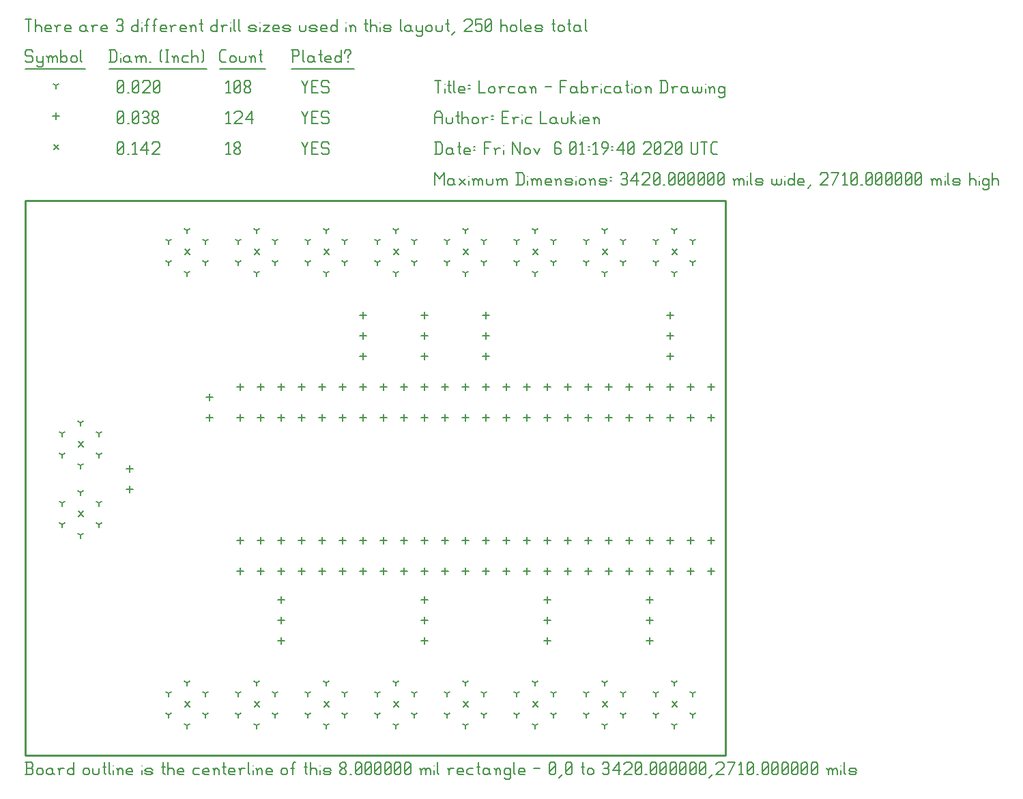
<source format=gbr>
G04 start of page 8 for group -3984 idx -3984 *
G04 Title: Lorcan, fab *
G04 Creator: pcb 4.2.2 *
G04 CreationDate: Fri Nov  6 01:19:40 2020 UTC *
G04 For: ericl *
G04 Format: Gerber/RS-274X *
G04 PCB-Dimensions (mil): 3420.00 2710.00 *
G04 PCB-Coordinate-Origin: lower left *
%MOIN*%
%FSLAX25Y25*%
%LNFAB*%
%ADD40C,0.0100*%
%ADD39C,0.0075*%
%ADD38C,0.0060*%
%ADD37C,0.0080*%
G54D37*X25800Y153200D02*X28200Y150800D01*
X25800D02*X28200Y153200D01*
X25800Y119200D02*X28200Y116800D01*
X25800D02*X28200Y119200D01*
X111800Y26200D02*X114200Y23800D01*
X111800D02*X114200Y26200D01*
X77800D02*X80200Y23800D01*
X77800D02*X80200Y26200D01*
X179800D02*X182200Y23800D01*
X179800D02*X182200Y26200D01*
X145800D02*X148200Y23800D01*
X145800D02*X148200Y26200D01*
X247800D02*X250200Y23800D01*
X247800D02*X250200Y26200D01*
X213800D02*X216200Y23800D01*
X213800D02*X216200Y26200D01*
X315800D02*X318200Y23800D01*
X315800D02*X318200Y26200D01*
X281800D02*X284200Y23800D01*
X281800D02*X284200Y26200D01*
X111800Y247200D02*X114200Y244800D01*
X111800D02*X114200Y247200D01*
X77800D02*X80200Y244800D01*
X77800D02*X80200Y247200D01*
X179800D02*X182200Y244800D01*
X179800D02*X182200Y247200D01*
X145800D02*X148200Y244800D01*
X145800D02*X148200Y247200D01*
X247800D02*X250200Y244800D01*
X247800D02*X250200Y247200D01*
X213800D02*X216200Y244800D01*
X213800D02*X216200Y247200D01*
X315800D02*X318200Y244800D01*
X315800D02*X318200Y247200D01*
X281800D02*X284200Y244800D01*
X281800D02*X284200Y247200D01*
X13800Y298450D02*X16200Y296050D01*
X13800D02*X16200Y298450D01*
G54D38*X135000Y299500D02*X136500Y296500D01*
X138000Y299500D01*
X136500Y296500D02*Y293500D01*
X139800Y296800D02*X142050D01*
X139800Y293500D02*X142800D01*
X139800Y299500D02*Y293500D01*
Y299500D02*X142800D01*
X147600D02*X148350Y298750D01*
X145350Y299500D02*X147600D01*
X144600Y298750D02*X145350Y299500D01*
X144600Y298750D02*Y297250D01*
X145350Y296500D01*
X147600D01*
X148350Y295750D01*
Y294250D01*
X147600Y293500D02*X148350Y294250D01*
X145350Y293500D02*X147600D01*
X144600Y294250D02*X145350Y293500D01*
X98000Y298300D02*X99200Y299500D01*
Y293500D01*
X98000D02*X100250D01*
X102050Y294250D02*X102800Y293500D01*
X102050Y295450D02*Y294250D01*
Y295450D02*X103100Y296500D01*
X104000D01*
X105050Y295450D01*
Y294250D01*
X104300Y293500D02*X105050Y294250D01*
X102800Y293500D02*X104300D01*
X102050Y297550D02*X103100Y296500D01*
X102050Y298750D02*Y297550D01*
Y298750D02*X102800Y299500D01*
X104300D01*
X105050Y298750D01*
Y297550D01*
X104000Y296500D02*X105050Y297550D01*
X45000Y294250D02*X45750Y293500D01*
X45000Y298750D02*Y294250D01*
Y298750D02*X45750Y299500D01*
X47250D01*
X48000Y298750D01*
Y294250D01*
X47250Y293500D02*X48000Y294250D01*
X45750Y293500D02*X47250D01*
X45000Y295000D02*X48000Y298000D01*
X49800Y293500D02*X50550D01*
X52350Y298300D02*X53550Y299500D01*
Y293500D01*
X52350D02*X54600D01*
X56400Y295750D02*X59400Y299500D01*
X56400Y295750D02*X60150D01*
X59400Y299500D02*Y293500D01*
X61950Y298750D02*X62700Y299500D01*
X64950D01*
X65700Y298750D01*
Y297250D01*
X61950Y293500D02*X65700Y297250D01*
X61950Y293500D02*X65700D01*
X105000Y166600D02*Y163400D01*
X103400Y165000D02*X106600D01*
X115000Y166600D02*Y163400D01*
X113400Y165000D02*X116600D01*
X125000Y166600D02*Y163400D01*
X123400Y165000D02*X126600D01*
X135000Y166600D02*Y163400D01*
X133400Y165000D02*X136600D01*
X145000Y166600D02*Y163400D01*
X143400Y165000D02*X146600D01*
X155000Y166600D02*Y163400D01*
X153400Y165000D02*X156600D01*
X165000Y166600D02*Y163400D01*
X163400Y165000D02*X166600D01*
X175000Y166600D02*Y163400D01*
X173400Y165000D02*X176600D01*
X185000Y166600D02*Y163400D01*
X183400Y165000D02*X186600D01*
X195000Y166600D02*Y163400D01*
X193400Y165000D02*X196600D01*
X205000Y166600D02*Y163400D01*
X203400Y165000D02*X206600D01*
X215000Y166600D02*Y163400D01*
X213400Y165000D02*X216600D01*
X225000Y166600D02*Y163400D01*
X223400Y165000D02*X226600D01*
X235000Y166600D02*Y163400D01*
X233400Y165000D02*X236600D01*
X245000Y166600D02*Y163400D01*
X243400Y165000D02*X246600D01*
X255000Y166600D02*Y163400D01*
X253400Y165000D02*X256600D01*
X265000Y166600D02*Y163400D01*
X263400Y165000D02*X266600D01*
X275000Y166600D02*Y163400D01*
X273400Y165000D02*X276600D01*
X285000Y166600D02*Y163400D01*
X283400Y165000D02*X286600D01*
X295000Y166600D02*Y163400D01*
X293400Y165000D02*X296600D01*
X305000Y166600D02*Y163400D01*
X303400Y165000D02*X306600D01*
X315000Y166600D02*Y163400D01*
X313400Y165000D02*X316600D01*
X325000Y166600D02*Y163400D01*
X323400Y165000D02*X326600D01*
X335000Y166600D02*Y163400D01*
X333400Y165000D02*X336600D01*
X105000Y106600D02*Y103400D01*
X103400Y105000D02*X106600D01*
X115000Y106600D02*Y103400D01*
X113400Y105000D02*X116600D01*
X125000Y106600D02*Y103400D01*
X123400Y105000D02*X126600D01*
X135000Y106600D02*Y103400D01*
X133400Y105000D02*X136600D01*
X145000Y106600D02*Y103400D01*
X143400Y105000D02*X146600D01*
X155000Y106600D02*Y103400D01*
X153400Y105000D02*X156600D01*
X165000Y106600D02*Y103400D01*
X163400Y105000D02*X166600D01*
X175000Y106600D02*Y103400D01*
X173400Y105000D02*X176600D01*
X185000Y106600D02*Y103400D01*
X183400Y105000D02*X186600D01*
X195000Y106600D02*Y103400D01*
X193400Y105000D02*X196600D01*
X205000Y106600D02*Y103400D01*
X203400Y105000D02*X206600D01*
X215000Y106600D02*Y103400D01*
X213400Y105000D02*X216600D01*
X225000Y106600D02*Y103400D01*
X223400Y105000D02*X226600D01*
X235000Y106600D02*Y103400D01*
X233400Y105000D02*X236600D01*
X245000Y106600D02*Y103400D01*
X243400Y105000D02*X246600D01*
X255000Y106600D02*Y103400D01*
X253400Y105000D02*X256600D01*
X265000Y106600D02*Y103400D01*
X263400Y105000D02*X266600D01*
X275000Y106600D02*Y103400D01*
X273400Y105000D02*X276600D01*
X285000Y106600D02*Y103400D01*
X283400Y105000D02*X286600D01*
X295000Y106600D02*Y103400D01*
X293400Y105000D02*X296600D01*
X305000Y106600D02*Y103400D01*
X303400Y105000D02*X306600D01*
X315000Y106600D02*Y103400D01*
X313400Y105000D02*X316600D01*
X325000Y106600D02*Y103400D01*
X323400Y105000D02*X326600D01*
X335000Y106600D02*Y103400D01*
X333400Y105000D02*X336600D01*
X195000Y216600D02*Y213400D01*
X193400Y215000D02*X196600D01*
X195000Y206600D02*Y203400D01*
X193400Y205000D02*X196600D01*
X195000Y196600D02*Y193400D01*
X193400Y195000D02*X196600D01*
X225000Y216600D02*Y213400D01*
X223400Y215000D02*X226600D01*
X225000Y206600D02*Y203400D01*
X223400Y205000D02*X226600D01*
X225000Y196600D02*Y193400D01*
X223400Y195000D02*X226600D01*
X255000Y57600D02*Y54400D01*
X253400Y56000D02*X256600D01*
X255000Y67600D02*Y64400D01*
X253400Y66000D02*X256600D01*
X255000Y77600D02*Y74400D01*
X253400Y76000D02*X256600D01*
X305000Y57600D02*Y54400D01*
X303400Y56000D02*X306600D01*
X305000Y67600D02*Y64400D01*
X303400Y66000D02*X306600D01*
X305000Y77600D02*Y74400D01*
X303400Y76000D02*X306600D01*
X195000Y57600D02*Y54400D01*
X193400Y56000D02*X196600D01*
X195000Y67600D02*Y64400D01*
X193400Y66000D02*X196600D01*
X195000Y77600D02*Y74400D01*
X193400Y76000D02*X196600D01*
X125000Y57600D02*Y54400D01*
X123400Y56000D02*X126600D01*
X125000Y67600D02*Y64400D01*
X123400Y66000D02*X126600D01*
X125000Y77600D02*Y74400D01*
X123400Y76000D02*X126600D01*
X165000Y216600D02*Y213400D01*
X163400Y215000D02*X166600D01*
X165000Y206600D02*Y203400D01*
X163400Y205000D02*X166600D01*
X165000Y196600D02*Y193400D01*
X163400Y195000D02*X166600D01*
X315000Y216600D02*Y213400D01*
X313400Y215000D02*X316600D01*
X315000Y206600D02*Y203400D01*
X313400Y205000D02*X316600D01*
X315000Y196600D02*Y193400D01*
X313400Y195000D02*X316600D01*
X51000Y131600D02*Y128400D01*
X49400Y130000D02*X52600D01*
X51000Y141600D02*Y138400D01*
X49400Y140000D02*X52600D01*
X105000Y181600D02*Y178400D01*
X103400Y180000D02*X106600D01*
X115000Y181600D02*Y178400D01*
X113400Y180000D02*X116600D01*
X125000Y181600D02*Y178400D01*
X123400Y180000D02*X126600D01*
X135000Y181600D02*Y178400D01*
X133400Y180000D02*X136600D01*
X145000Y181600D02*Y178400D01*
X143400Y180000D02*X146600D01*
X155000Y181600D02*Y178400D01*
X153400Y180000D02*X156600D01*
X165000Y181600D02*Y178400D01*
X163400Y180000D02*X166600D01*
X175000Y181600D02*Y178400D01*
X173400Y180000D02*X176600D01*
X185000Y181600D02*Y178400D01*
X183400Y180000D02*X186600D01*
X195000Y181600D02*Y178400D01*
X193400Y180000D02*X196600D01*
X205000Y181600D02*Y178400D01*
X203400Y180000D02*X206600D01*
X215000Y181600D02*Y178400D01*
X213400Y180000D02*X216600D01*
X225000Y181600D02*Y178400D01*
X223400Y180000D02*X226600D01*
X235000Y181600D02*Y178400D01*
X233400Y180000D02*X236600D01*
X245000Y181600D02*Y178400D01*
X243400Y180000D02*X246600D01*
X255000Y181600D02*Y178400D01*
X253400Y180000D02*X256600D01*
X265000Y181600D02*Y178400D01*
X263400Y180000D02*X266600D01*
X275000Y181600D02*Y178400D01*
X273400Y180000D02*X276600D01*
X285000Y181600D02*Y178400D01*
X283400Y180000D02*X286600D01*
X295000Y181600D02*Y178400D01*
X293400Y180000D02*X296600D01*
X305000Y181600D02*Y178400D01*
X303400Y180000D02*X306600D01*
X315000Y181600D02*Y178400D01*
X313400Y180000D02*X316600D01*
X325000Y181600D02*Y178400D01*
X323400Y180000D02*X326600D01*
X335000Y181600D02*Y178400D01*
X333400Y180000D02*X336600D01*
X105000Y91600D02*Y88400D01*
X103400Y90000D02*X106600D01*
X115000Y91600D02*Y88400D01*
X113400Y90000D02*X116600D01*
X125000Y91600D02*Y88400D01*
X123400Y90000D02*X126600D01*
X135000Y91600D02*Y88400D01*
X133400Y90000D02*X136600D01*
X145000Y91600D02*Y88400D01*
X143400Y90000D02*X146600D01*
X155000Y91600D02*Y88400D01*
X153400Y90000D02*X156600D01*
X165000Y91600D02*Y88400D01*
X163400Y90000D02*X166600D01*
X175000Y91600D02*Y88400D01*
X173400Y90000D02*X176600D01*
X185000Y91600D02*Y88400D01*
X183400Y90000D02*X186600D01*
X195000Y91600D02*Y88400D01*
X193400Y90000D02*X196600D01*
X205000Y91600D02*Y88400D01*
X203400Y90000D02*X206600D01*
X215000Y91600D02*Y88400D01*
X213400Y90000D02*X216600D01*
X225000Y91600D02*Y88400D01*
X223400Y90000D02*X226600D01*
X235000Y91600D02*Y88400D01*
X233400Y90000D02*X236600D01*
X245000Y91600D02*Y88400D01*
X243400Y90000D02*X246600D01*
X255000Y91600D02*Y88400D01*
X253400Y90000D02*X256600D01*
X265000Y91600D02*Y88400D01*
X263400Y90000D02*X266600D01*
X275000Y91600D02*Y88400D01*
X273400Y90000D02*X276600D01*
X285000Y91600D02*Y88400D01*
X283400Y90000D02*X286600D01*
X295000Y91600D02*Y88400D01*
X293400Y90000D02*X296600D01*
X305000Y91600D02*Y88400D01*
X303400Y90000D02*X306600D01*
X315000Y91600D02*Y88400D01*
X313400Y90000D02*X316600D01*
X325000Y91600D02*Y88400D01*
X323400Y90000D02*X326600D01*
X335000Y91600D02*Y88400D01*
X333400Y90000D02*X336600D01*
X90000Y176600D02*Y173400D01*
X88400Y175000D02*X91600D01*
X90000Y166600D02*Y163400D01*
X88400Y165000D02*X91600D01*
X15000Y313850D02*Y310650D01*
X13400Y312250D02*X16600D01*
X135000Y314500D02*X136500Y311500D01*
X138000Y314500D01*
X136500Y311500D02*Y308500D01*
X139800Y311800D02*X142050D01*
X139800Y308500D02*X142800D01*
X139800Y314500D02*Y308500D01*
Y314500D02*X142800D01*
X147600D02*X148350Y313750D01*
X145350Y314500D02*X147600D01*
X144600Y313750D02*X145350Y314500D01*
X144600Y313750D02*Y312250D01*
X145350Y311500D01*
X147600D01*
X148350Y310750D01*
Y309250D01*
X147600Y308500D02*X148350Y309250D01*
X145350Y308500D02*X147600D01*
X144600Y309250D02*X145350Y308500D01*
X98000Y313300D02*X99200Y314500D01*
Y308500D01*
X98000D02*X100250D01*
X102050Y313750D02*X102800Y314500D01*
X105050D01*
X105800Y313750D01*
Y312250D01*
X102050Y308500D02*X105800Y312250D01*
X102050Y308500D02*X105800D01*
X107600Y310750D02*X110600Y314500D01*
X107600Y310750D02*X111350D01*
X110600Y314500D02*Y308500D01*
X45000Y309250D02*X45750Y308500D01*
X45000Y313750D02*Y309250D01*
Y313750D02*X45750Y314500D01*
X47250D01*
X48000Y313750D01*
Y309250D01*
X47250Y308500D02*X48000Y309250D01*
X45750Y308500D02*X47250D01*
X45000Y310000D02*X48000Y313000D01*
X49800Y308500D02*X50550D01*
X52350Y309250D02*X53100Y308500D01*
X52350Y313750D02*Y309250D01*
Y313750D02*X53100Y314500D01*
X54600D01*
X55350Y313750D01*
Y309250D01*
X54600Y308500D02*X55350Y309250D01*
X53100Y308500D02*X54600D01*
X52350Y310000D02*X55350Y313000D01*
X57150Y313750D02*X57900Y314500D01*
X59400D01*
X60150Y313750D01*
X59400Y308500D02*X60150Y309250D01*
X57900Y308500D02*X59400D01*
X57150Y309250D02*X57900Y308500D01*
Y311800D02*X59400D01*
X60150Y313750D02*Y312550D01*
Y311050D02*Y309250D01*
Y311050D02*X59400Y311800D01*
X60150Y312550D02*X59400Y311800D01*
X61950Y309250D02*X62700Y308500D01*
X61950Y310450D02*Y309250D01*
Y310450D02*X63000Y311500D01*
X63900D01*
X64950Y310450D01*
Y309250D01*
X64200Y308500D02*X64950Y309250D01*
X62700Y308500D02*X64200D01*
X61950Y312550D02*X63000Y311500D01*
X61950Y313750D02*Y312550D01*
Y313750D02*X62700Y314500D01*
X64200D01*
X64950Y313750D01*
Y312550D01*
X63900Y311500D02*X64950Y312550D01*
X27000Y141567D02*Y139967D01*
Y141567D02*X28387Y142367D01*
X27000Y141567D02*X25613Y142367D01*
X27000Y162433D02*Y160833D01*
Y162433D02*X28387Y163233D01*
X27000Y162433D02*X25613Y163233D01*
X17965Y146784D02*Y145184D01*
Y146784D02*X19352Y147584D01*
X17965Y146784D02*X16578Y147584D01*
X36035Y146784D02*Y145184D01*
Y146784D02*X37422Y147584D01*
X36035Y146784D02*X34648Y147584D01*
X17965Y157216D02*Y155616D01*
Y157216D02*X19352Y158016D01*
X17965Y157216D02*X16578Y158016D01*
X36035Y157216D02*Y155616D01*
Y157216D02*X37422Y158016D01*
X36035Y157216D02*X34648Y158016D01*
X27000Y107567D02*Y105967D01*
Y107567D02*X28387Y108367D01*
X27000Y107567D02*X25613Y108367D01*
X27000Y128433D02*Y126833D01*
Y128433D02*X28387Y129233D01*
X27000Y128433D02*X25613Y129233D01*
X17965Y112784D02*Y111184D01*
Y112784D02*X19352Y113584D01*
X17965Y112784D02*X16578Y113584D01*
X36035Y112784D02*Y111184D01*
Y112784D02*X37422Y113584D01*
X36035Y112784D02*X34648Y113584D01*
X17965Y123216D02*Y121616D01*
Y123216D02*X19352Y124016D01*
X17965Y123216D02*X16578Y124016D01*
X36035Y123216D02*Y121616D01*
Y123216D02*X37422Y124016D01*
X36035Y123216D02*X34648Y124016D01*
X113000Y14567D02*Y12967D01*
Y14567D02*X114387Y15367D01*
X113000Y14567D02*X111613Y15367D01*
X113000Y35433D02*Y33833D01*
Y35433D02*X114387Y36233D01*
X113000Y35433D02*X111613Y36233D01*
X103965Y19784D02*Y18184D01*
Y19784D02*X105352Y20584D01*
X103965Y19784D02*X102578Y20584D01*
X122035Y19784D02*Y18184D01*
Y19784D02*X123422Y20584D01*
X122035Y19784D02*X120648Y20584D01*
X103965Y30216D02*Y28616D01*
Y30216D02*X105352Y31016D01*
X103965Y30216D02*X102578Y31016D01*
X122035Y30216D02*Y28616D01*
Y30216D02*X123422Y31016D01*
X122035Y30216D02*X120648Y31016D01*
X79000Y14567D02*Y12967D01*
Y14567D02*X80387Y15367D01*
X79000Y14567D02*X77613Y15367D01*
X79000Y35433D02*Y33833D01*
Y35433D02*X80387Y36233D01*
X79000Y35433D02*X77613Y36233D01*
X69965Y19784D02*Y18184D01*
Y19784D02*X71352Y20584D01*
X69965Y19784D02*X68578Y20584D01*
X88035Y19784D02*Y18184D01*
Y19784D02*X89422Y20584D01*
X88035Y19784D02*X86648Y20584D01*
X69965Y30216D02*Y28616D01*
Y30216D02*X71352Y31016D01*
X69965Y30216D02*X68578Y31016D01*
X88035Y30216D02*Y28616D01*
Y30216D02*X89422Y31016D01*
X88035Y30216D02*X86648Y31016D01*
X181000Y14567D02*Y12967D01*
Y14567D02*X182387Y15367D01*
X181000Y14567D02*X179613Y15367D01*
X181000Y35433D02*Y33833D01*
Y35433D02*X182387Y36233D01*
X181000Y35433D02*X179613Y36233D01*
X171965Y19784D02*Y18184D01*
Y19784D02*X173352Y20584D01*
X171965Y19784D02*X170578Y20584D01*
X190035Y19784D02*Y18184D01*
Y19784D02*X191422Y20584D01*
X190035Y19784D02*X188648Y20584D01*
X171965Y30216D02*Y28616D01*
Y30216D02*X173352Y31016D01*
X171965Y30216D02*X170578Y31016D01*
X190035Y30216D02*Y28616D01*
Y30216D02*X191422Y31016D01*
X190035Y30216D02*X188648Y31016D01*
X147000Y14567D02*Y12967D01*
Y14567D02*X148387Y15367D01*
X147000Y14567D02*X145613Y15367D01*
X147000Y35433D02*Y33833D01*
Y35433D02*X148387Y36233D01*
X147000Y35433D02*X145613Y36233D01*
X137965Y19784D02*Y18184D01*
Y19784D02*X139352Y20584D01*
X137965Y19784D02*X136578Y20584D01*
X156035Y19784D02*Y18184D01*
Y19784D02*X157422Y20584D01*
X156035Y19784D02*X154648Y20584D01*
X137965Y30216D02*Y28616D01*
Y30216D02*X139352Y31016D01*
X137965Y30216D02*X136578Y31016D01*
X156035Y30216D02*Y28616D01*
Y30216D02*X157422Y31016D01*
X156035Y30216D02*X154648Y31016D01*
X249000Y14567D02*Y12967D01*
Y14567D02*X250387Y15367D01*
X249000Y14567D02*X247613Y15367D01*
X249000Y35433D02*Y33833D01*
Y35433D02*X250387Y36233D01*
X249000Y35433D02*X247613Y36233D01*
X239965Y19784D02*Y18184D01*
Y19784D02*X241352Y20584D01*
X239965Y19784D02*X238578Y20584D01*
X258035Y19784D02*Y18184D01*
Y19784D02*X259422Y20584D01*
X258035Y19784D02*X256648Y20584D01*
X239965Y30216D02*Y28616D01*
Y30216D02*X241352Y31016D01*
X239965Y30216D02*X238578Y31016D01*
X258035Y30216D02*Y28616D01*
Y30216D02*X259422Y31016D01*
X258035Y30216D02*X256648Y31016D01*
X215000Y14567D02*Y12967D01*
Y14567D02*X216387Y15367D01*
X215000Y14567D02*X213613Y15367D01*
X215000Y35433D02*Y33833D01*
Y35433D02*X216387Y36233D01*
X215000Y35433D02*X213613Y36233D01*
X205965Y19784D02*Y18184D01*
Y19784D02*X207352Y20584D01*
X205965Y19784D02*X204578Y20584D01*
X224035Y19784D02*Y18184D01*
Y19784D02*X225422Y20584D01*
X224035Y19784D02*X222648Y20584D01*
X205965Y30216D02*Y28616D01*
Y30216D02*X207352Y31016D01*
X205965Y30216D02*X204578Y31016D01*
X224035Y30216D02*Y28616D01*
Y30216D02*X225422Y31016D01*
X224035Y30216D02*X222648Y31016D01*
X317000Y14567D02*Y12967D01*
Y14567D02*X318387Y15367D01*
X317000Y14567D02*X315613Y15367D01*
X317000Y35433D02*Y33833D01*
Y35433D02*X318387Y36233D01*
X317000Y35433D02*X315613Y36233D01*
X307965Y19784D02*Y18184D01*
Y19784D02*X309352Y20584D01*
X307965Y19784D02*X306578Y20584D01*
X326035Y19784D02*Y18184D01*
Y19784D02*X327422Y20584D01*
X326035Y19784D02*X324648Y20584D01*
X307965Y30216D02*Y28616D01*
Y30216D02*X309352Y31016D01*
X307965Y30216D02*X306578Y31016D01*
X326035Y30216D02*Y28616D01*
Y30216D02*X327422Y31016D01*
X326035Y30216D02*X324648Y31016D01*
X283000Y14567D02*Y12967D01*
Y14567D02*X284387Y15367D01*
X283000Y14567D02*X281613Y15367D01*
X283000Y35433D02*Y33833D01*
Y35433D02*X284387Y36233D01*
X283000Y35433D02*X281613Y36233D01*
X273965Y19784D02*Y18184D01*
Y19784D02*X275352Y20584D01*
X273965Y19784D02*X272578Y20584D01*
X292035Y19784D02*Y18184D01*
Y19784D02*X293422Y20584D01*
X292035Y19784D02*X290648Y20584D01*
X273965Y30216D02*Y28616D01*
Y30216D02*X275352Y31016D01*
X273965Y30216D02*X272578Y31016D01*
X292035Y30216D02*Y28616D01*
Y30216D02*X293422Y31016D01*
X292035Y30216D02*X290648Y31016D01*
X113000Y235567D02*Y233967D01*
Y235567D02*X114387Y236367D01*
X113000Y235567D02*X111613Y236367D01*
X113000Y256433D02*Y254833D01*
Y256433D02*X114387Y257233D01*
X113000Y256433D02*X111613Y257233D01*
X103965Y240784D02*Y239184D01*
Y240784D02*X105352Y241584D01*
X103965Y240784D02*X102578Y241584D01*
X122035Y240784D02*Y239184D01*
Y240784D02*X123422Y241584D01*
X122035Y240784D02*X120648Y241584D01*
X103965Y251216D02*Y249616D01*
Y251216D02*X105352Y252016D01*
X103965Y251216D02*X102578Y252016D01*
X122035Y251216D02*Y249616D01*
Y251216D02*X123422Y252016D01*
X122035Y251216D02*X120648Y252016D01*
X79000Y235567D02*Y233967D01*
Y235567D02*X80387Y236367D01*
X79000Y235567D02*X77613Y236367D01*
X79000Y256433D02*Y254833D01*
Y256433D02*X80387Y257233D01*
X79000Y256433D02*X77613Y257233D01*
X69965Y240784D02*Y239184D01*
Y240784D02*X71352Y241584D01*
X69965Y240784D02*X68578Y241584D01*
X88035Y240784D02*Y239184D01*
Y240784D02*X89422Y241584D01*
X88035Y240784D02*X86648Y241584D01*
X69965Y251216D02*Y249616D01*
Y251216D02*X71352Y252016D01*
X69965Y251216D02*X68578Y252016D01*
X88035Y251216D02*Y249616D01*
Y251216D02*X89422Y252016D01*
X88035Y251216D02*X86648Y252016D01*
X181000Y235567D02*Y233967D01*
Y235567D02*X182387Y236367D01*
X181000Y235567D02*X179613Y236367D01*
X181000Y256433D02*Y254833D01*
Y256433D02*X182387Y257233D01*
X181000Y256433D02*X179613Y257233D01*
X171965Y240784D02*Y239184D01*
Y240784D02*X173352Y241584D01*
X171965Y240784D02*X170578Y241584D01*
X190035Y240784D02*Y239184D01*
Y240784D02*X191422Y241584D01*
X190035Y240784D02*X188648Y241584D01*
X171965Y251216D02*Y249616D01*
Y251216D02*X173352Y252016D01*
X171965Y251216D02*X170578Y252016D01*
X190035Y251216D02*Y249616D01*
Y251216D02*X191422Y252016D01*
X190035Y251216D02*X188648Y252016D01*
X147000Y235567D02*Y233967D01*
Y235567D02*X148387Y236367D01*
X147000Y235567D02*X145613Y236367D01*
X147000Y256433D02*Y254833D01*
Y256433D02*X148387Y257233D01*
X147000Y256433D02*X145613Y257233D01*
X137965Y240784D02*Y239184D01*
Y240784D02*X139352Y241584D01*
X137965Y240784D02*X136578Y241584D01*
X156035Y240784D02*Y239184D01*
Y240784D02*X157422Y241584D01*
X156035Y240784D02*X154648Y241584D01*
X137965Y251216D02*Y249616D01*
Y251216D02*X139352Y252016D01*
X137965Y251216D02*X136578Y252016D01*
X156035Y251216D02*Y249616D01*
Y251216D02*X157422Y252016D01*
X156035Y251216D02*X154648Y252016D01*
X249000Y235567D02*Y233967D01*
Y235567D02*X250387Y236367D01*
X249000Y235567D02*X247613Y236367D01*
X249000Y256433D02*Y254833D01*
Y256433D02*X250387Y257233D01*
X249000Y256433D02*X247613Y257233D01*
X239965Y240784D02*Y239184D01*
Y240784D02*X241352Y241584D01*
X239965Y240784D02*X238578Y241584D01*
X258035Y240784D02*Y239184D01*
Y240784D02*X259422Y241584D01*
X258035Y240784D02*X256648Y241584D01*
X239965Y251216D02*Y249616D01*
Y251216D02*X241352Y252016D01*
X239965Y251216D02*X238578Y252016D01*
X258035Y251216D02*Y249616D01*
Y251216D02*X259422Y252016D01*
X258035Y251216D02*X256648Y252016D01*
X215000Y235567D02*Y233967D01*
Y235567D02*X216387Y236367D01*
X215000Y235567D02*X213613Y236367D01*
X215000Y256433D02*Y254833D01*
Y256433D02*X216387Y257233D01*
X215000Y256433D02*X213613Y257233D01*
X205965Y240784D02*Y239184D01*
Y240784D02*X207352Y241584D01*
X205965Y240784D02*X204578Y241584D01*
X224035Y240784D02*Y239184D01*
Y240784D02*X225422Y241584D01*
X224035Y240784D02*X222648Y241584D01*
X205965Y251216D02*Y249616D01*
Y251216D02*X207352Y252016D01*
X205965Y251216D02*X204578Y252016D01*
X224035Y251216D02*Y249616D01*
Y251216D02*X225422Y252016D01*
X224035Y251216D02*X222648Y252016D01*
X317000Y235567D02*Y233967D01*
Y235567D02*X318387Y236367D01*
X317000Y235567D02*X315613Y236367D01*
X317000Y256433D02*Y254833D01*
Y256433D02*X318387Y257233D01*
X317000Y256433D02*X315613Y257233D01*
X307965Y240784D02*Y239184D01*
Y240784D02*X309352Y241584D01*
X307965Y240784D02*X306578Y241584D01*
X326035Y240784D02*Y239184D01*
Y240784D02*X327422Y241584D01*
X326035Y240784D02*X324648Y241584D01*
X307965Y251216D02*Y249616D01*
Y251216D02*X309352Y252016D01*
X307965Y251216D02*X306578Y252016D01*
X326035Y251216D02*Y249616D01*
Y251216D02*X327422Y252016D01*
X326035Y251216D02*X324648Y252016D01*
X283000Y235567D02*Y233967D01*
Y235567D02*X284387Y236367D01*
X283000Y235567D02*X281613Y236367D01*
X283000Y256433D02*Y254833D01*
Y256433D02*X284387Y257233D01*
X283000Y256433D02*X281613Y257233D01*
X273965Y240784D02*Y239184D01*
Y240784D02*X275352Y241584D01*
X273965Y240784D02*X272578Y241584D01*
X292035Y240784D02*Y239184D01*
Y240784D02*X293422Y241584D01*
X292035Y240784D02*X290648Y241584D01*
X273965Y251216D02*Y249616D01*
Y251216D02*X275352Y252016D01*
X273965Y251216D02*X272578Y252016D01*
X292035Y251216D02*Y249616D01*
Y251216D02*X293422Y252016D01*
X292035Y251216D02*X290648Y252016D01*
X15000Y327250D02*Y325650D01*
Y327250D02*X16387Y328050D01*
X15000Y327250D02*X13613Y328050D01*
X135000Y329500D02*X136500Y326500D01*
X138000Y329500D01*
X136500Y326500D02*Y323500D01*
X139800Y326800D02*X142050D01*
X139800Y323500D02*X142800D01*
X139800Y329500D02*Y323500D01*
Y329500D02*X142800D01*
X147600D02*X148350Y328750D01*
X145350Y329500D02*X147600D01*
X144600Y328750D02*X145350Y329500D01*
X144600Y328750D02*Y327250D01*
X145350Y326500D01*
X147600D01*
X148350Y325750D01*
Y324250D01*
X147600Y323500D02*X148350Y324250D01*
X145350Y323500D02*X147600D01*
X144600Y324250D02*X145350Y323500D01*
X98000Y328300D02*X99200Y329500D01*
Y323500D01*
X98000D02*X100250D01*
X102050Y324250D02*X102800Y323500D01*
X102050Y328750D02*Y324250D01*
Y328750D02*X102800Y329500D01*
X104300D01*
X105050Y328750D01*
Y324250D01*
X104300Y323500D02*X105050Y324250D01*
X102800Y323500D02*X104300D01*
X102050Y325000D02*X105050Y328000D01*
X106850Y324250D02*X107600Y323500D01*
X106850Y325450D02*Y324250D01*
Y325450D02*X107900Y326500D01*
X108800D01*
X109850Y325450D01*
Y324250D01*
X109100Y323500D02*X109850Y324250D01*
X107600Y323500D02*X109100D01*
X106850Y327550D02*X107900Y326500D01*
X106850Y328750D02*Y327550D01*
Y328750D02*X107600Y329500D01*
X109100D01*
X109850Y328750D01*
Y327550D01*
X108800Y326500D02*X109850Y327550D01*
X45000Y324250D02*X45750Y323500D01*
X45000Y328750D02*Y324250D01*
Y328750D02*X45750Y329500D01*
X47250D01*
X48000Y328750D01*
Y324250D01*
X47250Y323500D02*X48000Y324250D01*
X45750Y323500D02*X47250D01*
X45000Y325000D02*X48000Y328000D01*
X49800Y323500D02*X50550D01*
X52350Y324250D02*X53100Y323500D01*
X52350Y328750D02*Y324250D01*
Y328750D02*X53100Y329500D01*
X54600D01*
X55350Y328750D01*
Y324250D01*
X54600Y323500D02*X55350Y324250D01*
X53100Y323500D02*X54600D01*
X52350Y325000D02*X55350Y328000D01*
X57150Y328750D02*X57900Y329500D01*
X60150D01*
X60900Y328750D01*
Y327250D01*
X57150Y323500D02*X60900Y327250D01*
X57150Y323500D02*X60900D01*
X62700Y324250D02*X63450Y323500D01*
X62700Y328750D02*Y324250D01*
Y328750D02*X63450Y329500D01*
X64950D01*
X65700Y328750D01*
Y324250D01*
X64950Y323500D02*X65700Y324250D01*
X63450Y323500D02*X64950D01*
X62700Y325000D02*X65700Y328000D01*
X3000Y344500D02*X3750Y343750D01*
X750Y344500D02*X3000D01*
X0Y343750D02*X750Y344500D01*
X0Y343750D02*Y342250D01*
X750Y341500D01*
X3000D01*
X3750Y340750D01*
Y339250D01*
X3000Y338500D02*X3750Y339250D01*
X750Y338500D02*X3000D01*
X0Y339250D02*X750Y338500D01*
X5550Y341500D02*Y339250D01*
X6300Y338500D01*
X8550Y341500D02*Y337000D01*
X7800Y336250D02*X8550Y337000D01*
X6300Y336250D02*X7800D01*
X5550Y337000D02*X6300Y336250D01*
Y338500D02*X7800D01*
X8550Y339250D01*
X11100Y340750D02*Y338500D01*
Y340750D02*X11850Y341500D01*
X12600D01*
X13350Y340750D01*
Y338500D01*
Y340750D02*X14100Y341500D01*
X14850D01*
X15600Y340750D01*
Y338500D01*
X10350Y341500D02*X11100Y340750D01*
X17400Y344500D02*Y338500D01*
Y339250D02*X18150Y338500D01*
X19650D01*
X20400Y339250D01*
Y340750D02*Y339250D01*
X19650Y341500D02*X20400Y340750D01*
X18150Y341500D02*X19650D01*
X17400Y340750D02*X18150Y341500D01*
X22200Y340750D02*Y339250D01*
Y340750D02*X22950Y341500D01*
X24450D01*
X25200Y340750D01*
Y339250D01*
X24450Y338500D02*X25200Y339250D01*
X22950Y338500D02*X24450D01*
X22200Y339250D02*X22950Y338500D01*
X27000Y344500D02*Y339250D01*
X27750Y338500D01*
X0Y335250D02*X29250D01*
X41750Y344500D02*Y338500D01*
X43700Y344500D02*X44750Y343450D01*
Y339550D01*
X43700Y338500D02*X44750Y339550D01*
X41000Y338500D02*X43700D01*
X41000Y344500D02*X43700D01*
G54D39*X46550Y343000D02*Y342850D01*
G54D38*Y340750D02*Y338500D01*
X50300Y341500D02*X51050Y340750D01*
X48800Y341500D02*X50300D01*
X48050Y340750D02*X48800Y341500D01*
X48050Y340750D02*Y339250D01*
X48800Y338500D01*
X51050Y341500D02*Y339250D01*
X51800Y338500D01*
X48800D02*X50300D01*
X51050Y339250D01*
X54350Y340750D02*Y338500D01*
Y340750D02*X55100Y341500D01*
X55850D01*
X56600Y340750D01*
Y338500D01*
Y340750D02*X57350Y341500D01*
X58100D01*
X58850Y340750D01*
Y338500D01*
X53600Y341500D02*X54350Y340750D01*
X60650Y338500D02*X61400D01*
X65900Y339250D02*X66650Y338500D01*
X65900Y343750D02*X66650Y344500D01*
X65900Y343750D02*Y339250D01*
X68450Y344500D02*X69950D01*
X69200D02*Y338500D01*
X68450D02*X69950D01*
X72500Y340750D02*Y338500D01*
Y340750D02*X73250Y341500D01*
X74000D01*
X74750Y340750D01*
Y338500D01*
X71750Y341500D02*X72500Y340750D01*
X77300Y341500D02*X79550D01*
X76550Y340750D02*X77300Y341500D01*
X76550Y340750D02*Y339250D01*
X77300Y338500D01*
X79550D01*
X81350Y344500D02*Y338500D01*
Y340750D02*X82100Y341500D01*
X83600D01*
X84350Y340750D01*
Y338500D01*
X86150Y344500D02*X86900Y343750D01*
Y339250D01*
X86150Y338500D02*X86900Y339250D01*
X41000Y335250D02*X88700D01*
X96050Y338500D02*X98000D01*
X95000Y339550D02*X96050Y338500D01*
X95000Y343450D02*Y339550D01*
Y343450D02*X96050Y344500D01*
X98000D01*
X99800Y340750D02*Y339250D01*
Y340750D02*X100550Y341500D01*
X102050D01*
X102800Y340750D01*
Y339250D01*
X102050Y338500D02*X102800Y339250D01*
X100550Y338500D02*X102050D01*
X99800Y339250D02*X100550Y338500D01*
X104600Y341500D02*Y339250D01*
X105350Y338500D01*
X106850D01*
X107600Y339250D01*
Y341500D02*Y339250D01*
X110150Y340750D02*Y338500D01*
Y340750D02*X110900Y341500D01*
X111650D01*
X112400Y340750D01*
Y338500D01*
X109400Y341500D02*X110150Y340750D01*
X114950Y344500D02*Y339250D01*
X115700Y338500D01*
X114200Y342250D02*X115700D01*
X95000Y335250D02*X117200D01*
X130750Y344500D02*Y338500D01*
X130000Y344500D02*X133000D01*
X133750Y343750D01*
Y342250D01*
X133000Y341500D02*X133750Y342250D01*
X130750Y341500D02*X133000D01*
X135550Y344500D02*Y339250D01*
X136300Y338500D01*
X140050Y341500D02*X140800Y340750D01*
X138550Y341500D02*X140050D01*
X137800Y340750D02*X138550Y341500D01*
X137800Y340750D02*Y339250D01*
X138550Y338500D01*
X140800Y341500D02*Y339250D01*
X141550Y338500D01*
X138550D02*X140050D01*
X140800Y339250D01*
X144100Y344500D02*Y339250D01*
X144850Y338500D01*
X143350Y342250D02*X144850D01*
X147100Y338500D02*X149350D01*
X146350Y339250D02*X147100Y338500D01*
X146350Y340750D02*Y339250D01*
Y340750D02*X147100Y341500D01*
X148600D01*
X149350Y340750D01*
X146350Y340000D02*X149350D01*
Y340750D02*Y340000D01*
X154150Y344500D02*Y338500D01*
X153400D02*X154150Y339250D01*
X151900Y338500D02*X153400D01*
X151150Y339250D02*X151900Y338500D01*
X151150Y340750D02*Y339250D01*
Y340750D02*X151900Y341500D01*
X153400D01*
X154150Y340750D01*
X157450Y341500D02*Y340750D01*
Y339250D02*Y338500D01*
X155950Y343750D02*Y343000D01*
Y343750D02*X156700Y344500D01*
X158200D01*
X158950Y343750D01*
Y343000D01*
X157450Y341500D02*X158950Y343000D01*
X130000Y335250D02*X160750D01*
X0Y359500D02*X3000D01*
X1500D02*Y353500D01*
X4800Y359500D02*Y353500D01*
Y355750D02*X5550Y356500D01*
X7050D01*
X7800Y355750D01*
Y353500D01*
X10350D02*X12600D01*
X9600Y354250D02*X10350Y353500D01*
X9600Y355750D02*Y354250D01*
Y355750D02*X10350Y356500D01*
X11850D01*
X12600Y355750D01*
X9600Y355000D02*X12600D01*
Y355750D02*Y355000D01*
X15150Y355750D02*Y353500D01*
Y355750D02*X15900Y356500D01*
X17400D01*
X14400D02*X15150Y355750D01*
X19950Y353500D02*X22200D01*
X19200Y354250D02*X19950Y353500D01*
X19200Y355750D02*Y354250D01*
Y355750D02*X19950Y356500D01*
X21450D01*
X22200Y355750D01*
X19200Y355000D02*X22200D01*
Y355750D02*Y355000D01*
X28950Y356500D02*X29700Y355750D01*
X27450Y356500D02*X28950D01*
X26700Y355750D02*X27450Y356500D01*
X26700Y355750D02*Y354250D01*
X27450Y353500D01*
X29700Y356500D02*Y354250D01*
X30450Y353500D01*
X27450D02*X28950D01*
X29700Y354250D01*
X33000Y355750D02*Y353500D01*
Y355750D02*X33750Y356500D01*
X35250D01*
X32250D02*X33000Y355750D01*
X37800Y353500D02*X40050D01*
X37050Y354250D02*X37800Y353500D01*
X37050Y355750D02*Y354250D01*
Y355750D02*X37800Y356500D01*
X39300D01*
X40050Y355750D01*
X37050Y355000D02*X40050D01*
Y355750D02*Y355000D01*
X44550Y358750D02*X45300Y359500D01*
X46800D01*
X47550Y358750D01*
X46800Y353500D02*X47550Y354250D01*
X45300Y353500D02*X46800D01*
X44550Y354250D02*X45300Y353500D01*
Y356800D02*X46800D01*
X47550Y358750D02*Y357550D01*
Y356050D02*Y354250D01*
Y356050D02*X46800Y356800D01*
X47550Y357550D02*X46800Y356800D01*
X55050Y359500D02*Y353500D01*
X54300D02*X55050Y354250D01*
X52800Y353500D02*X54300D01*
X52050Y354250D02*X52800Y353500D01*
X52050Y355750D02*Y354250D01*
Y355750D02*X52800Y356500D01*
X54300D01*
X55050Y355750D01*
G54D39*X56850Y358000D02*Y357850D01*
G54D38*Y355750D02*Y353500D01*
X59100Y358750D02*Y353500D01*
Y358750D02*X59850Y359500D01*
X60600D01*
X58350Y356500D02*X59850D01*
X62850Y358750D02*Y353500D01*
Y358750D02*X63600Y359500D01*
X64350D01*
X62100Y356500D02*X63600D01*
X66600Y353500D02*X68850D01*
X65850Y354250D02*X66600Y353500D01*
X65850Y355750D02*Y354250D01*
Y355750D02*X66600Y356500D01*
X68100D01*
X68850Y355750D01*
X65850Y355000D02*X68850D01*
Y355750D02*Y355000D01*
X71400Y355750D02*Y353500D01*
Y355750D02*X72150Y356500D01*
X73650D01*
X70650D02*X71400Y355750D01*
X76200Y353500D02*X78450D01*
X75450Y354250D02*X76200Y353500D01*
X75450Y355750D02*Y354250D01*
Y355750D02*X76200Y356500D01*
X77700D01*
X78450Y355750D01*
X75450Y355000D02*X78450D01*
Y355750D02*Y355000D01*
X81000Y355750D02*Y353500D01*
Y355750D02*X81750Y356500D01*
X82500D01*
X83250Y355750D01*
Y353500D01*
X80250Y356500D02*X81000Y355750D01*
X85800Y359500D02*Y354250D01*
X86550Y353500D01*
X85050Y357250D02*X86550D01*
X93750Y359500D02*Y353500D01*
X93000D02*X93750Y354250D01*
X91500Y353500D02*X93000D01*
X90750Y354250D02*X91500Y353500D01*
X90750Y355750D02*Y354250D01*
Y355750D02*X91500Y356500D01*
X93000D01*
X93750Y355750D01*
X96300D02*Y353500D01*
Y355750D02*X97050Y356500D01*
X98550D01*
X95550D02*X96300Y355750D01*
G54D39*X100350Y358000D02*Y357850D01*
G54D38*Y355750D02*Y353500D01*
X101850Y359500D02*Y354250D01*
X102600Y353500D01*
X104100Y359500D02*Y354250D01*
X104850Y353500D01*
X109800D02*X112050D01*
X112800Y354250D01*
X112050Y355000D02*X112800Y354250D01*
X109800Y355000D02*X112050D01*
X109050Y355750D02*X109800Y355000D01*
X109050Y355750D02*X109800Y356500D01*
X112050D01*
X112800Y355750D01*
X109050Y354250D02*X109800Y353500D01*
G54D39*X114600Y358000D02*Y357850D01*
G54D38*Y355750D02*Y353500D01*
X116100Y356500D02*X119100D01*
X116100Y353500D02*X119100Y356500D01*
X116100Y353500D02*X119100D01*
X121650D02*X123900D01*
X120900Y354250D02*X121650Y353500D01*
X120900Y355750D02*Y354250D01*
Y355750D02*X121650Y356500D01*
X123150D01*
X123900Y355750D01*
X120900Y355000D02*X123900D01*
Y355750D02*Y355000D01*
X126450Y353500D02*X128700D01*
X129450Y354250D01*
X128700Y355000D02*X129450Y354250D01*
X126450Y355000D02*X128700D01*
X125700Y355750D02*X126450Y355000D01*
X125700Y355750D02*X126450Y356500D01*
X128700D01*
X129450Y355750D01*
X125700Y354250D02*X126450Y353500D01*
X133950Y356500D02*Y354250D01*
X134700Y353500D01*
X136200D01*
X136950Y354250D01*
Y356500D02*Y354250D01*
X139500Y353500D02*X141750D01*
X142500Y354250D01*
X141750Y355000D02*X142500Y354250D01*
X139500Y355000D02*X141750D01*
X138750Y355750D02*X139500Y355000D01*
X138750Y355750D02*X139500Y356500D01*
X141750D01*
X142500Y355750D01*
X138750Y354250D02*X139500Y353500D01*
X145050D02*X147300D01*
X144300Y354250D02*X145050Y353500D01*
X144300Y355750D02*Y354250D01*
Y355750D02*X145050Y356500D01*
X146550D01*
X147300Y355750D01*
X144300Y355000D02*X147300D01*
Y355750D02*Y355000D01*
X152100Y359500D02*Y353500D01*
X151350D02*X152100Y354250D01*
X149850Y353500D02*X151350D01*
X149100Y354250D02*X149850Y353500D01*
X149100Y355750D02*Y354250D01*
Y355750D02*X149850Y356500D01*
X151350D01*
X152100Y355750D01*
G54D39*X156600Y358000D02*Y357850D01*
G54D38*Y355750D02*Y353500D01*
X158850Y355750D02*Y353500D01*
Y355750D02*X159600Y356500D01*
X160350D01*
X161100Y355750D01*
Y353500D01*
X158100Y356500D02*X158850Y355750D01*
X166350Y359500D02*Y354250D01*
X167100Y353500D01*
X165600Y357250D02*X167100D01*
X168600Y359500D02*Y353500D01*
Y355750D02*X169350Y356500D01*
X170850D01*
X171600Y355750D01*
Y353500D01*
G54D39*X173400Y358000D02*Y357850D01*
G54D38*Y355750D02*Y353500D01*
X175650D02*X177900D01*
X178650Y354250D01*
X177900Y355000D02*X178650Y354250D01*
X175650Y355000D02*X177900D01*
X174900Y355750D02*X175650Y355000D01*
X174900Y355750D02*X175650Y356500D01*
X177900D01*
X178650Y355750D01*
X174900Y354250D02*X175650Y353500D01*
X183150Y359500D02*Y354250D01*
X183900Y353500D01*
X187650Y356500D02*X188400Y355750D01*
X186150Y356500D02*X187650D01*
X185400Y355750D02*X186150Y356500D01*
X185400Y355750D02*Y354250D01*
X186150Y353500D01*
X188400Y356500D02*Y354250D01*
X189150Y353500D01*
X186150D02*X187650D01*
X188400Y354250D01*
X190950Y356500D02*Y354250D01*
X191700Y353500D01*
X193950Y356500D02*Y352000D01*
X193200Y351250D02*X193950Y352000D01*
X191700Y351250D02*X193200D01*
X190950Y352000D02*X191700Y351250D01*
Y353500D02*X193200D01*
X193950Y354250D01*
X195750Y355750D02*Y354250D01*
Y355750D02*X196500Y356500D01*
X198000D01*
X198750Y355750D01*
Y354250D01*
X198000Y353500D02*X198750Y354250D01*
X196500Y353500D02*X198000D01*
X195750Y354250D02*X196500Y353500D01*
X200550Y356500D02*Y354250D01*
X201300Y353500D01*
X202800D01*
X203550Y354250D01*
Y356500D02*Y354250D01*
X206100Y359500D02*Y354250D01*
X206850Y353500D01*
X205350Y357250D02*X206850D01*
X208350Y352000D02*X209850Y353500D01*
X214350Y358750D02*X215100Y359500D01*
X217350D01*
X218100Y358750D01*
Y357250D01*
X214350Y353500D02*X218100Y357250D01*
X214350Y353500D02*X218100D01*
X219900Y359500D02*X222900D01*
X219900D02*Y356500D01*
X220650Y357250D01*
X222150D01*
X222900Y356500D01*
Y354250D01*
X222150Y353500D02*X222900Y354250D01*
X220650Y353500D02*X222150D01*
X219900Y354250D02*X220650Y353500D01*
X224700Y354250D02*X225450Y353500D01*
X224700Y358750D02*Y354250D01*
Y358750D02*X225450Y359500D01*
X226950D01*
X227700Y358750D01*
Y354250D01*
X226950Y353500D02*X227700Y354250D01*
X225450Y353500D02*X226950D01*
X224700Y355000D02*X227700Y358000D01*
X232200Y359500D02*Y353500D01*
Y355750D02*X232950Y356500D01*
X234450D01*
X235200Y355750D01*
Y353500D01*
X237000Y355750D02*Y354250D01*
Y355750D02*X237750Y356500D01*
X239250D01*
X240000Y355750D01*
Y354250D01*
X239250Y353500D02*X240000Y354250D01*
X237750Y353500D02*X239250D01*
X237000Y354250D02*X237750Y353500D01*
X241800Y359500D02*Y354250D01*
X242550Y353500D01*
X244800D02*X247050D01*
X244050Y354250D02*X244800Y353500D01*
X244050Y355750D02*Y354250D01*
Y355750D02*X244800Y356500D01*
X246300D01*
X247050Y355750D01*
X244050Y355000D02*X247050D01*
Y355750D02*Y355000D01*
X249600Y353500D02*X251850D01*
X252600Y354250D01*
X251850Y355000D02*X252600Y354250D01*
X249600Y355000D02*X251850D01*
X248850Y355750D02*X249600Y355000D01*
X248850Y355750D02*X249600Y356500D01*
X251850D01*
X252600Y355750D01*
X248850Y354250D02*X249600Y353500D01*
X257850Y359500D02*Y354250D01*
X258600Y353500D01*
X257100Y357250D02*X258600D01*
X260100Y355750D02*Y354250D01*
Y355750D02*X260850Y356500D01*
X262350D01*
X263100Y355750D01*
Y354250D01*
X262350Y353500D02*X263100Y354250D01*
X260850Y353500D02*X262350D01*
X260100Y354250D02*X260850Y353500D01*
X265650Y359500D02*Y354250D01*
X266400Y353500D01*
X264900Y357250D02*X266400D01*
X270150Y356500D02*X270900Y355750D01*
X268650Y356500D02*X270150D01*
X267900Y355750D02*X268650Y356500D01*
X267900Y355750D02*Y354250D01*
X268650Y353500D01*
X270900Y356500D02*Y354250D01*
X271650Y353500D01*
X268650D02*X270150D01*
X270900Y354250D01*
X273450Y359500D02*Y354250D01*
X274200Y353500D01*
G54D40*X0Y271000D02*X342000D01*
X0D02*Y0D01*
X342000Y271000D02*Y0D01*
X0D02*X342000D01*
G54D38*X200000Y284500D02*Y278500D01*
Y284500D02*X202250Y281500D01*
X204500Y284500D01*
Y278500D01*
X208550Y281500D02*X209300Y280750D01*
X207050Y281500D02*X208550D01*
X206300Y280750D02*X207050Y281500D01*
X206300Y280750D02*Y279250D01*
X207050Y278500D01*
X209300Y281500D02*Y279250D01*
X210050Y278500D01*
X207050D02*X208550D01*
X209300Y279250D01*
X211850Y281500D02*X214850Y278500D01*
X211850D02*X214850Y281500D01*
G54D39*X216650Y283000D02*Y282850D01*
G54D38*Y280750D02*Y278500D01*
X218900Y280750D02*Y278500D01*
Y280750D02*X219650Y281500D01*
X220400D01*
X221150Y280750D01*
Y278500D01*
Y280750D02*X221900Y281500D01*
X222650D01*
X223400Y280750D01*
Y278500D01*
X218150Y281500D02*X218900Y280750D01*
X225200Y281500D02*Y279250D01*
X225950Y278500D01*
X227450D01*
X228200Y279250D01*
Y281500D02*Y279250D01*
X230750Y280750D02*Y278500D01*
Y280750D02*X231500Y281500D01*
X232250D01*
X233000Y280750D01*
Y278500D01*
Y280750D02*X233750Y281500D01*
X234500D01*
X235250Y280750D01*
Y278500D01*
X230000Y281500D02*X230750Y280750D01*
X240500Y284500D02*Y278500D01*
X242450Y284500D02*X243500Y283450D01*
Y279550D01*
X242450Y278500D02*X243500Y279550D01*
X239750Y278500D02*X242450D01*
X239750Y284500D02*X242450D01*
G54D39*X245300Y283000D02*Y282850D01*
G54D38*Y280750D02*Y278500D01*
X247550Y280750D02*Y278500D01*
Y280750D02*X248300Y281500D01*
X249050D01*
X249800Y280750D01*
Y278500D01*
Y280750D02*X250550Y281500D01*
X251300D01*
X252050Y280750D01*
Y278500D01*
X246800Y281500D02*X247550Y280750D01*
X254600Y278500D02*X256850D01*
X253850Y279250D02*X254600Y278500D01*
X253850Y280750D02*Y279250D01*
Y280750D02*X254600Y281500D01*
X256100D01*
X256850Y280750D01*
X253850Y280000D02*X256850D01*
Y280750D02*Y280000D01*
X259400Y280750D02*Y278500D01*
Y280750D02*X260150Y281500D01*
X260900D01*
X261650Y280750D01*
Y278500D01*
X258650Y281500D02*X259400Y280750D01*
X264200Y278500D02*X266450D01*
X267200Y279250D01*
X266450Y280000D02*X267200Y279250D01*
X264200Y280000D02*X266450D01*
X263450Y280750D02*X264200Y280000D01*
X263450Y280750D02*X264200Y281500D01*
X266450D01*
X267200Y280750D01*
X263450Y279250D02*X264200Y278500D01*
G54D39*X269000Y283000D02*Y282850D01*
G54D38*Y280750D02*Y278500D01*
X270500Y280750D02*Y279250D01*
Y280750D02*X271250Y281500D01*
X272750D01*
X273500Y280750D01*
Y279250D01*
X272750Y278500D02*X273500Y279250D01*
X271250Y278500D02*X272750D01*
X270500Y279250D02*X271250Y278500D01*
X276050Y280750D02*Y278500D01*
Y280750D02*X276800Y281500D01*
X277550D01*
X278300Y280750D01*
Y278500D01*
X275300Y281500D02*X276050Y280750D01*
X280850Y278500D02*X283100D01*
X283850Y279250D01*
X283100Y280000D02*X283850Y279250D01*
X280850Y280000D02*X283100D01*
X280100Y280750D02*X280850Y280000D01*
X280100Y280750D02*X280850Y281500D01*
X283100D01*
X283850Y280750D01*
X280100Y279250D02*X280850Y278500D01*
X285650Y282250D02*X286400D01*
X285650Y280750D02*X286400D01*
X290900Y283750D02*X291650Y284500D01*
X293150D01*
X293900Y283750D01*
X293150Y278500D02*X293900Y279250D01*
X291650Y278500D02*X293150D01*
X290900Y279250D02*X291650Y278500D01*
Y281800D02*X293150D01*
X293900Y283750D02*Y282550D01*
Y281050D02*Y279250D01*
Y281050D02*X293150Y281800D01*
X293900Y282550D02*X293150Y281800D01*
X295700Y280750D02*X298700Y284500D01*
X295700Y280750D02*X299450D01*
X298700Y284500D02*Y278500D01*
X301250Y283750D02*X302000Y284500D01*
X304250D01*
X305000Y283750D01*
Y282250D01*
X301250Y278500D02*X305000Y282250D01*
X301250Y278500D02*X305000D01*
X306800Y279250D02*X307550Y278500D01*
X306800Y283750D02*Y279250D01*
Y283750D02*X307550Y284500D01*
X309050D01*
X309800Y283750D01*
Y279250D01*
X309050Y278500D02*X309800Y279250D01*
X307550Y278500D02*X309050D01*
X306800Y280000D02*X309800Y283000D01*
X311600Y278500D02*X312350D01*
X314150Y279250D02*X314900Y278500D01*
X314150Y283750D02*Y279250D01*
Y283750D02*X314900Y284500D01*
X316400D01*
X317150Y283750D01*
Y279250D01*
X316400Y278500D02*X317150Y279250D01*
X314900Y278500D02*X316400D01*
X314150Y280000D02*X317150Y283000D01*
X318950Y279250D02*X319700Y278500D01*
X318950Y283750D02*Y279250D01*
Y283750D02*X319700Y284500D01*
X321200D01*
X321950Y283750D01*
Y279250D01*
X321200Y278500D02*X321950Y279250D01*
X319700Y278500D02*X321200D01*
X318950Y280000D02*X321950Y283000D01*
X323750Y279250D02*X324500Y278500D01*
X323750Y283750D02*Y279250D01*
Y283750D02*X324500Y284500D01*
X326000D01*
X326750Y283750D01*
Y279250D01*
X326000Y278500D02*X326750Y279250D01*
X324500Y278500D02*X326000D01*
X323750Y280000D02*X326750Y283000D01*
X328550Y279250D02*X329300Y278500D01*
X328550Y283750D02*Y279250D01*
Y283750D02*X329300Y284500D01*
X330800D01*
X331550Y283750D01*
Y279250D01*
X330800Y278500D02*X331550Y279250D01*
X329300Y278500D02*X330800D01*
X328550Y280000D02*X331550Y283000D01*
X333350Y279250D02*X334100Y278500D01*
X333350Y283750D02*Y279250D01*
Y283750D02*X334100Y284500D01*
X335600D01*
X336350Y283750D01*
Y279250D01*
X335600Y278500D02*X336350Y279250D01*
X334100Y278500D02*X335600D01*
X333350Y280000D02*X336350Y283000D01*
X338150Y279250D02*X338900Y278500D01*
X338150Y283750D02*Y279250D01*
Y283750D02*X338900Y284500D01*
X340400D01*
X341150Y283750D01*
Y279250D01*
X340400Y278500D02*X341150Y279250D01*
X338900Y278500D02*X340400D01*
X338150Y280000D02*X341150Y283000D01*
X346400Y280750D02*Y278500D01*
Y280750D02*X347150Y281500D01*
X347900D01*
X348650Y280750D01*
Y278500D01*
Y280750D02*X349400Y281500D01*
X350150D01*
X350900Y280750D01*
Y278500D01*
X345650Y281500D02*X346400Y280750D01*
G54D39*X352700Y283000D02*Y282850D01*
G54D38*Y280750D02*Y278500D01*
X354200Y284500D02*Y279250D01*
X354950Y278500D01*
X357200D02*X359450D01*
X360200Y279250D01*
X359450Y280000D02*X360200Y279250D01*
X357200Y280000D02*X359450D01*
X356450Y280750D02*X357200Y280000D01*
X356450Y280750D02*X357200Y281500D01*
X359450D01*
X360200Y280750D01*
X356450Y279250D02*X357200Y278500D01*
X364700Y281500D02*Y279250D01*
X365450Y278500D01*
X366200D01*
X366950Y279250D01*
Y281500D02*Y279250D01*
X367700Y278500D01*
X368450D01*
X369200Y279250D01*
Y281500D02*Y279250D01*
G54D39*X371000Y283000D02*Y282850D01*
G54D38*Y280750D02*Y278500D01*
X375500Y284500D02*Y278500D01*
X374750D02*X375500Y279250D01*
X373250Y278500D02*X374750D01*
X372500Y279250D02*X373250Y278500D01*
X372500Y280750D02*Y279250D01*
Y280750D02*X373250Y281500D01*
X374750D01*
X375500Y280750D01*
X378050Y278500D02*X380300D01*
X377300Y279250D02*X378050Y278500D01*
X377300Y280750D02*Y279250D01*
Y280750D02*X378050Y281500D01*
X379550D01*
X380300Y280750D01*
X377300Y280000D02*X380300D01*
Y280750D02*Y280000D01*
X382100Y277000D02*X383600Y278500D01*
X388100Y283750D02*X388850Y284500D01*
X391100D01*
X391850Y283750D01*
Y282250D01*
X388100Y278500D02*X391850Y282250D01*
X388100Y278500D02*X391850D01*
X394400D02*X397400Y284500D01*
X393650D02*X397400D01*
X399200Y283300D02*X400400Y284500D01*
Y278500D01*
X399200D02*X401450D01*
X403250Y279250D02*X404000Y278500D01*
X403250Y283750D02*Y279250D01*
Y283750D02*X404000Y284500D01*
X405500D01*
X406250Y283750D01*
Y279250D01*
X405500Y278500D02*X406250Y279250D01*
X404000Y278500D02*X405500D01*
X403250Y280000D02*X406250Y283000D01*
X408050Y278500D02*X408800D01*
X410600Y279250D02*X411350Y278500D01*
X410600Y283750D02*Y279250D01*
Y283750D02*X411350Y284500D01*
X412850D01*
X413600Y283750D01*
Y279250D01*
X412850Y278500D02*X413600Y279250D01*
X411350Y278500D02*X412850D01*
X410600Y280000D02*X413600Y283000D01*
X415400Y279250D02*X416150Y278500D01*
X415400Y283750D02*Y279250D01*
Y283750D02*X416150Y284500D01*
X417650D01*
X418400Y283750D01*
Y279250D01*
X417650Y278500D02*X418400Y279250D01*
X416150Y278500D02*X417650D01*
X415400Y280000D02*X418400Y283000D01*
X420200Y279250D02*X420950Y278500D01*
X420200Y283750D02*Y279250D01*
Y283750D02*X420950Y284500D01*
X422450D01*
X423200Y283750D01*
Y279250D01*
X422450Y278500D02*X423200Y279250D01*
X420950Y278500D02*X422450D01*
X420200Y280000D02*X423200Y283000D01*
X425000Y279250D02*X425750Y278500D01*
X425000Y283750D02*Y279250D01*
Y283750D02*X425750Y284500D01*
X427250D01*
X428000Y283750D01*
Y279250D01*
X427250Y278500D02*X428000Y279250D01*
X425750Y278500D02*X427250D01*
X425000Y280000D02*X428000Y283000D01*
X429800Y279250D02*X430550Y278500D01*
X429800Y283750D02*Y279250D01*
Y283750D02*X430550Y284500D01*
X432050D01*
X432800Y283750D01*
Y279250D01*
X432050Y278500D02*X432800Y279250D01*
X430550Y278500D02*X432050D01*
X429800Y280000D02*X432800Y283000D01*
X434600Y279250D02*X435350Y278500D01*
X434600Y283750D02*Y279250D01*
Y283750D02*X435350Y284500D01*
X436850D01*
X437600Y283750D01*
Y279250D01*
X436850Y278500D02*X437600Y279250D01*
X435350Y278500D02*X436850D01*
X434600Y280000D02*X437600Y283000D01*
X442850Y280750D02*Y278500D01*
Y280750D02*X443600Y281500D01*
X444350D01*
X445100Y280750D01*
Y278500D01*
Y280750D02*X445850Y281500D01*
X446600D01*
X447350Y280750D01*
Y278500D01*
X442100Y281500D02*X442850Y280750D01*
G54D39*X449150Y283000D02*Y282850D01*
G54D38*Y280750D02*Y278500D01*
X450650Y284500D02*Y279250D01*
X451400Y278500D01*
X453650D02*X455900D01*
X456650Y279250D01*
X455900Y280000D02*X456650Y279250D01*
X453650Y280000D02*X455900D01*
X452900Y280750D02*X453650Y280000D01*
X452900Y280750D02*X453650Y281500D01*
X455900D01*
X456650Y280750D01*
X452900Y279250D02*X453650Y278500D01*
X461150Y284500D02*Y278500D01*
Y280750D02*X461900Y281500D01*
X463400D01*
X464150Y280750D01*
Y278500D01*
G54D39*X465950Y283000D02*Y282850D01*
G54D38*Y280750D02*Y278500D01*
X469700Y281500D02*X470450Y280750D01*
X468200Y281500D02*X469700D01*
X467450Y280750D02*X468200Y281500D01*
X467450Y280750D02*Y279250D01*
X468200Y278500D01*
X469700D01*
X470450Y279250D01*
X467450Y277000D02*X468200Y276250D01*
X469700D01*
X470450Y277000D01*
Y281500D02*Y277000D01*
X472250Y284500D02*Y278500D01*
Y280750D02*X473000Y281500D01*
X474500D01*
X475250Y280750D01*
Y278500D01*
X0Y-9500D02*X3000D01*
X3750Y-8750D01*
Y-6950D02*Y-8750D01*
X3000Y-6200D02*X3750Y-6950D01*
X750Y-6200D02*X3000D01*
X750Y-3500D02*Y-9500D01*
X0Y-3500D02*X3000D01*
X3750Y-4250D01*
Y-5450D01*
X3000Y-6200D02*X3750Y-5450D01*
X5550Y-7250D02*Y-8750D01*
Y-7250D02*X6300Y-6500D01*
X7800D01*
X8550Y-7250D01*
Y-8750D01*
X7800Y-9500D02*X8550Y-8750D01*
X6300Y-9500D02*X7800D01*
X5550Y-8750D02*X6300Y-9500D01*
X12600Y-6500D02*X13350Y-7250D01*
X11100Y-6500D02*X12600D01*
X10350Y-7250D02*X11100Y-6500D01*
X10350Y-7250D02*Y-8750D01*
X11100Y-9500D01*
X13350Y-6500D02*Y-8750D01*
X14100Y-9500D01*
X11100D02*X12600D01*
X13350Y-8750D01*
X16650Y-7250D02*Y-9500D01*
Y-7250D02*X17400Y-6500D01*
X18900D01*
X15900D02*X16650Y-7250D01*
X23700Y-3500D02*Y-9500D01*
X22950D02*X23700Y-8750D01*
X21450Y-9500D02*X22950D01*
X20700Y-8750D02*X21450Y-9500D01*
X20700Y-7250D02*Y-8750D01*
Y-7250D02*X21450Y-6500D01*
X22950D01*
X23700Y-7250D01*
X28200D02*Y-8750D01*
Y-7250D02*X28950Y-6500D01*
X30450D01*
X31200Y-7250D01*
Y-8750D01*
X30450Y-9500D02*X31200Y-8750D01*
X28950Y-9500D02*X30450D01*
X28200Y-8750D02*X28950Y-9500D01*
X33000Y-6500D02*Y-8750D01*
X33750Y-9500D01*
X35250D01*
X36000Y-8750D01*
Y-6500D02*Y-8750D01*
X38550Y-3500D02*Y-8750D01*
X39300Y-9500D01*
X37800Y-5750D02*X39300D01*
X40800Y-3500D02*Y-8750D01*
X41550Y-9500D01*
G54D39*X43050Y-5000D02*Y-5150D01*
G54D38*Y-7250D02*Y-9500D01*
X45300Y-7250D02*Y-9500D01*
Y-7250D02*X46050Y-6500D01*
X46800D01*
X47550Y-7250D01*
Y-9500D01*
X44550Y-6500D02*X45300Y-7250D01*
X50100Y-9500D02*X52350D01*
X49350Y-8750D02*X50100Y-9500D01*
X49350Y-7250D02*Y-8750D01*
Y-7250D02*X50100Y-6500D01*
X51600D01*
X52350Y-7250D01*
X49350Y-8000D02*X52350D01*
Y-7250D02*Y-8000D01*
G54D39*X56850Y-5000D02*Y-5150D01*
G54D38*Y-7250D02*Y-9500D01*
X59100D02*X61350D01*
X62100Y-8750D01*
X61350Y-8000D02*X62100Y-8750D01*
X59100Y-8000D02*X61350D01*
X58350Y-7250D02*X59100Y-8000D01*
X58350Y-7250D02*X59100Y-6500D01*
X61350D01*
X62100Y-7250D01*
X58350Y-8750D02*X59100Y-9500D01*
X67350Y-3500D02*Y-8750D01*
X68100Y-9500D01*
X66600Y-5750D02*X68100D01*
X69600Y-3500D02*Y-9500D01*
Y-7250D02*X70350Y-6500D01*
X71850D01*
X72600Y-7250D01*
Y-9500D01*
X75150D02*X77400D01*
X74400Y-8750D02*X75150Y-9500D01*
X74400Y-7250D02*Y-8750D01*
Y-7250D02*X75150Y-6500D01*
X76650D01*
X77400Y-7250D01*
X74400Y-8000D02*X77400D01*
Y-7250D02*Y-8000D01*
X82650Y-6500D02*X84900D01*
X81900Y-7250D02*X82650Y-6500D01*
X81900Y-7250D02*Y-8750D01*
X82650Y-9500D01*
X84900D01*
X87450D02*X89700D01*
X86700Y-8750D02*X87450Y-9500D01*
X86700Y-7250D02*Y-8750D01*
Y-7250D02*X87450Y-6500D01*
X88950D01*
X89700Y-7250D01*
X86700Y-8000D02*X89700D01*
Y-7250D02*Y-8000D01*
X92250Y-7250D02*Y-9500D01*
Y-7250D02*X93000Y-6500D01*
X93750D01*
X94500Y-7250D01*
Y-9500D01*
X91500Y-6500D02*X92250Y-7250D01*
X97050Y-3500D02*Y-8750D01*
X97800Y-9500D01*
X96300Y-5750D02*X97800D01*
X100050Y-9500D02*X102300D01*
X99300Y-8750D02*X100050Y-9500D01*
X99300Y-7250D02*Y-8750D01*
Y-7250D02*X100050Y-6500D01*
X101550D01*
X102300Y-7250D01*
X99300Y-8000D02*X102300D01*
Y-7250D02*Y-8000D01*
X104850Y-7250D02*Y-9500D01*
Y-7250D02*X105600Y-6500D01*
X107100D01*
X104100D02*X104850Y-7250D01*
X108900Y-3500D02*Y-8750D01*
X109650Y-9500D01*
G54D39*X111150Y-5000D02*Y-5150D01*
G54D38*Y-7250D02*Y-9500D01*
X113400Y-7250D02*Y-9500D01*
Y-7250D02*X114150Y-6500D01*
X114900D01*
X115650Y-7250D01*
Y-9500D01*
X112650Y-6500D02*X113400Y-7250D01*
X118200Y-9500D02*X120450D01*
X117450Y-8750D02*X118200Y-9500D01*
X117450Y-7250D02*Y-8750D01*
Y-7250D02*X118200Y-6500D01*
X119700D01*
X120450Y-7250D01*
X117450Y-8000D02*X120450D01*
Y-7250D02*Y-8000D01*
X124950Y-7250D02*Y-8750D01*
Y-7250D02*X125700Y-6500D01*
X127200D01*
X127950Y-7250D01*
Y-8750D01*
X127200Y-9500D02*X127950Y-8750D01*
X125700Y-9500D02*X127200D01*
X124950Y-8750D02*X125700Y-9500D01*
X130500Y-4250D02*Y-9500D01*
Y-4250D02*X131250Y-3500D01*
X132000D01*
X129750Y-6500D02*X131250D01*
X136950Y-3500D02*Y-8750D01*
X137700Y-9500D01*
X136200Y-5750D02*X137700D01*
X139200Y-3500D02*Y-9500D01*
Y-7250D02*X139950Y-6500D01*
X141450D01*
X142200Y-7250D01*
Y-9500D01*
G54D39*X144000Y-5000D02*Y-5150D01*
G54D38*Y-7250D02*Y-9500D01*
X146250D02*X148500D01*
X149250Y-8750D01*
X148500Y-8000D02*X149250Y-8750D01*
X146250Y-8000D02*X148500D01*
X145500Y-7250D02*X146250Y-8000D01*
X145500Y-7250D02*X146250Y-6500D01*
X148500D01*
X149250Y-7250D01*
X145500Y-8750D02*X146250Y-9500D01*
X153750Y-8750D02*X154500Y-9500D01*
X153750Y-7550D02*Y-8750D01*
Y-7550D02*X154800Y-6500D01*
X155700D01*
X156750Y-7550D01*
Y-8750D01*
X156000Y-9500D02*X156750Y-8750D01*
X154500Y-9500D02*X156000D01*
X153750Y-5450D02*X154800Y-6500D01*
X153750Y-4250D02*Y-5450D01*
Y-4250D02*X154500Y-3500D01*
X156000D01*
X156750Y-4250D01*
Y-5450D01*
X155700Y-6500D02*X156750Y-5450D01*
X158550Y-9500D02*X159300D01*
X161100Y-8750D02*X161850Y-9500D01*
X161100Y-4250D02*Y-8750D01*
Y-4250D02*X161850Y-3500D01*
X163350D01*
X164100Y-4250D01*
Y-8750D01*
X163350Y-9500D02*X164100Y-8750D01*
X161850Y-9500D02*X163350D01*
X161100Y-8000D02*X164100Y-5000D01*
X165900Y-8750D02*X166650Y-9500D01*
X165900Y-4250D02*Y-8750D01*
Y-4250D02*X166650Y-3500D01*
X168150D01*
X168900Y-4250D01*
Y-8750D01*
X168150Y-9500D02*X168900Y-8750D01*
X166650Y-9500D02*X168150D01*
X165900Y-8000D02*X168900Y-5000D01*
X170700Y-8750D02*X171450Y-9500D01*
X170700Y-4250D02*Y-8750D01*
Y-4250D02*X171450Y-3500D01*
X172950D01*
X173700Y-4250D01*
Y-8750D01*
X172950Y-9500D02*X173700Y-8750D01*
X171450Y-9500D02*X172950D01*
X170700Y-8000D02*X173700Y-5000D01*
X175500Y-8750D02*X176250Y-9500D01*
X175500Y-4250D02*Y-8750D01*
Y-4250D02*X176250Y-3500D01*
X177750D01*
X178500Y-4250D01*
Y-8750D01*
X177750Y-9500D02*X178500Y-8750D01*
X176250Y-9500D02*X177750D01*
X175500Y-8000D02*X178500Y-5000D01*
X180300Y-8750D02*X181050Y-9500D01*
X180300Y-4250D02*Y-8750D01*
Y-4250D02*X181050Y-3500D01*
X182550D01*
X183300Y-4250D01*
Y-8750D01*
X182550Y-9500D02*X183300Y-8750D01*
X181050Y-9500D02*X182550D01*
X180300Y-8000D02*X183300Y-5000D01*
X185100Y-8750D02*X185850Y-9500D01*
X185100Y-4250D02*Y-8750D01*
Y-4250D02*X185850Y-3500D01*
X187350D01*
X188100Y-4250D01*
Y-8750D01*
X187350Y-9500D02*X188100Y-8750D01*
X185850Y-9500D02*X187350D01*
X185100Y-8000D02*X188100Y-5000D01*
X193350Y-7250D02*Y-9500D01*
Y-7250D02*X194100Y-6500D01*
X194850D01*
X195600Y-7250D01*
Y-9500D01*
Y-7250D02*X196350Y-6500D01*
X197100D01*
X197850Y-7250D01*
Y-9500D01*
X192600Y-6500D02*X193350Y-7250D01*
G54D39*X199650Y-5000D02*Y-5150D01*
G54D38*Y-7250D02*Y-9500D01*
X201150Y-3500D02*Y-8750D01*
X201900Y-9500D01*
X206850Y-7250D02*Y-9500D01*
Y-7250D02*X207600Y-6500D01*
X209100D01*
X206100D02*X206850Y-7250D01*
X211650Y-9500D02*X213900D01*
X210900Y-8750D02*X211650Y-9500D01*
X210900Y-7250D02*Y-8750D01*
Y-7250D02*X211650Y-6500D01*
X213150D01*
X213900Y-7250D01*
X210900Y-8000D02*X213900D01*
Y-7250D02*Y-8000D01*
X216450Y-6500D02*X218700D01*
X215700Y-7250D02*X216450Y-6500D01*
X215700Y-7250D02*Y-8750D01*
X216450Y-9500D01*
X218700D01*
X221250Y-3500D02*Y-8750D01*
X222000Y-9500D01*
X220500Y-5750D02*X222000D01*
X225750Y-6500D02*X226500Y-7250D01*
X224250Y-6500D02*X225750D01*
X223500Y-7250D02*X224250Y-6500D01*
X223500Y-7250D02*Y-8750D01*
X224250Y-9500D01*
X226500Y-6500D02*Y-8750D01*
X227250Y-9500D01*
X224250D02*X225750D01*
X226500Y-8750D01*
X229800Y-7250D02*Y-9500D01*
Y-7250D02*X230550Y-6500D01*
X231300D01*
X232050Y-7250D01*
Y-9500D01*
X229050Y-6500D02*X229800Y-7250D01*
X236100Y-6500D02*X236850Y-7250D01*
X234600Y-6500D02*X236100D01*
X233850Y-7250D02*X234600Y-6500D01*
X233850Y-7250D02*Y-8750D01*
X234600Y-9500D01*
X236100D01*
X236850Y-8750D01*
X233850Y-11000D02*X234600Y-11750D01*
X236100D01*
X236850Y-11000D01*
Y-6500D02*Y-11000D01*
X238650Y-3500D02*Y-8750D01*
X239400Y-9500D01*
X241650D02*X243900D01*
X240900Y-8750D02*X241650Y-9500D01*
X240900Y-7250D02*Y-8750D01*
Y-7250D02*X241650Y-6500D01*
X243150D01*
X243900Y-7250D01*
X240900Y-8000D02*X243900D01*
Y-7250D02*Y-8000D01*
X248400Y-6500D02*X251400D01*
X255900Y-8750D02*X256650Y-9500D01*
X255900Y-4250D02*Y-8750D01*
Y-4250D02*X256650Y-3500D01*
X258150D01*
X258900Y-4250D01*
Y-8750D01*
X258150Y-9500D02*X258900Y-8750D01*
X256650Y-9500D02*X258150D01*
X255900Y-8000D02*X258900Y-5000D01*
X260700Y-11000D02*X262200Y-9500D01*
X264000Y-8750D02*X264750Y-9500D01*
X264000Y-4250D02*Y-8750D01*
Y-4250D02*X264750Y-3500D01*
X266250D01*
X267000Y-4250D01*
Y-8750D01*
X266250Y-9500D02*X267000Y-8750D01*
X264750Y-9500D02*X266250D01*
X264000Y-8000D02*X267000Y-5000D01*
X272250Y-3500D02*Y-8750D01*
X273000Y-9500D01*
X271500Y-5750D02*X273000D01*
X274500Y-7250D02*Y-8750D01*
Y-7250D02*X275250Y-6500D01*
X276750D01*
X277500Y-7250D01*
Y-8750D01*
X276750Y-9500D02*X277500Y-8750D01*
X275250Y-9500D02*X276750D01*
X274500Y-8750D02*X275250Y-9500D01*
X282000Y-4250D02*X282750Y-3500D01*
X284250D01*
X285000Y-4250D01*
X284250Y-9500D02*X285000Y-8750D01*
X282750Y-9500D02*X284250D01*
X282000Y-8750D02*X282750Y-9500D01*
Y-6200D02*X284250D01*
X285000Y-4250D02*Y-5450D01*
Y-6950D02*Y-8750D01*
Y-6950D02*X284250Y-6200D01*
X285000Y-5450D02*X284250Y-6200D01*
X286800Y-7250D02*X289800Y-3500D01*
X286800Y-7250D02*X290550D01*
X289800Y-3500D02*Y-9500D01*
X292350Y-4250D02*X293100Y-3500D01*
X295350D01*
X296100Y-4250D01*
Y-5750D01*
X292350Y-9500D02*X296100Y-5750D01*
X292350Y-9500D02*X296100D01*
X297900Y-8750D02*X298650Y-9500D01*
X297900Y-4250D02*Y-8750D01*
Y-4250D02*X298650Y-3500D01*
X300150D01*
X300900Y-4250D01*
Y-8750D01*
X300150Y-9500D02*X300900Y-8750D01*
X298650Y-9500D02*X300150D01*
X297900Y-8000D02*X300900Y-5000D01*
X302700Y-9500D02*X303450D01*
X305250Y-8750D02*X306000Y-9500D01*
X305250Y-4250D02*Y-8750D01*
Y-4250D02*X306000Y-3500D01*
X307500D01*
X308250Y-4250D01*
Y-8750D01*
X307500Y-9500D02*X308250Y-8750D01*
X306000Y-9500D02*X307500D01*
X305250Y-8000D02*X308250Y-5000D01*
X310050Y-8750D02*X310800Y-9500D01*
X310050Y-4250D02*Y-8750D01*
Y-4250D02*X310800Y-3500D01*
X312300D01*
X313050Y-4250D01*
Y-8750D01*
X312300Y-9500D02*X313050Y-8750D01*
X310800Y-9500D02*X312300D01*
X310050Y-8000D02*X313050Y-5000D01*
X314850Y-8750D02*X315600Y-9500D01*
X314850Y-4250D02*Y-8750D01*
Y-4250D02*X315600Y-3500D01*
X317100D01*
X317850Y-4250D01*
Y-8750D01*
X317100Y-9500D02*X317850Y-8750D01*
X315600Y-9500D02*X317100D01*
X314850Y-8000D02*X317850Y-5000D01*
X319650Y-8750D02*X320400Y-9500D01*
X319650Y-4250D02*Y-8750D01*
Y-4250D02*X320400Y-3500D01*
X321900D01*
X322650Y-4250D01*
Y-8750D01*
X321900Y-9500D02*X322650Y-8750D01*
X320400Y-9500D02*X321900D01*
X319650Y-8000D02*X322650Y-5000D01*
X324450Y-8750D02*X325200Y-9500D01*
X324450Y-4250D02*Y-8750D01*
Y-4250D02*X325200Y-3500D01*
X326700D01*
X327450Y-4250D01*
Y-8750D01*
X326700Y-9500D02*X327450Y-8750D01*
X325200Y-9500D02*X326700D01*
X324450Y-8000D02*X327450Y-5000D01*
X329250Y-8750D02*X330000Y-9500D01*
X329250Y-4250D02*Y-8750D01*
Y-4250D02*X330000Y-3500D01*
X331500D01*
X332250Y-4250D01*
Y-8750D01*
X331500Y-9500D02*X332250Y-8750D01*
X330000Y-9500D02*X331500D01*
X329250Y-8000D02*X332250Y-5000D01*
X334050Y-11000D02*X335550Y-9500D01*
X337350Y-4250D02*X338100Y-3500D01*
X340350D01*
X341100Y-4250D01*
Y-5750D01*
X337350Y-9500D02*X341100Y-5750D01*
X337350Y-9500D02*X341100D01*
X343650D02*X346650Y-3500D01*
X342900D02*X346650D01*
X348450Y-4700D02*X349650Y-3500D01*
Y-9500D01*
X348450D02*X350700D01*
X352500Y-8750D02*X353250Y-9500D01*
X352500Y-4250D02*Y-8750D01*
Y-4250D02*X353250Y-3500D01*
X354750D01*
X355500Y-4250D01*
Y-8750D01*
X354750Y-9500D02*X355500Y-8750D01*
X353250Y-9500D02*X354750D01*
X352500Y-8000D02*X355500Y-5000D01*
X357300Y-9500D02*X358050D01*
X359850Y-8750D02*X360600Y-9500D01*
X359850Y-4250D02*Y-8750D01*
Y-4250D02*X360600Y-3500D01*
X362100D01*
X362850Y-4250D01*
Y-8750D01*
X362100Y-9500D02*X362850Y-8750D01*
X360600Y-9500D02*X362100D01*
X359850Y-8000D02*X362850Y-5000D01*
X364650Y-8750D02*X365400Y-9500D01*
X364650Y-4250D02*Y-8750D01*
Y-4250D02*X365400Y-3500D01*
X366900D01*
X367650Y-4250D01*
Y-8750D01*
X366900Y-9500D02*X367650Y-8750D01*
X365400Y-9500D02*X366900D01*
X364650Y-8000D02*X367650Y-5000D01*
X369450Y-8750D02*X370200Y-9500D01*
X369450Y-4250D02*Y-8750D01*
Y-4250D02*X370200Y-3500D01*
X371700D01*
X372450Y-4250D01*
Y-8750D01*
X371700Y-9500D02*X372450Y-8750D01*
X370200Y-9500D02*X371700D01*
X369450Y-8000D02*X372450Y-5000D01*
X374250Y-8750D02*X375000Y-9500D01*
X374250Y-4250D02*Y-8750D01*
Y-4250D02*X375000Y-3500D01*
X376500D01*
X377250Y-4250D01*
Y-8750D01*
X376500Y-9500D02*X377250Y-8750D01*
X375000Y-9500D02*X376500D01*
X374250Y-8000D02*X377250Y-5000D01*
X379050Y-8750D02*X379800Y-9500D01*
X379050Y-4250D02*Y-8750D01*
Y-4250D02*X379800Y-3500D01*
X381300D01*
X382050Y-4250D01*
Y-8750D01*
X381300Y-9500D02*X382050Y-8750D01*
X379800Y-9500D02*X381300D01*
X379050Y-8000D02*X382050Y-5000D01*
X383850Y-8750D02*X384600Y-9500D01*
X383850Y-4250D02*Y-8750D01*
Y-4250D02*X384600Y-3500D01*
X386100D01*
X386850Y-4250D01*
Y-8750D01*
X386100Y-9500D02*X386850Y-8750D01*
X384600Y-9500D02*X386100D01*
X383850Y-8000D02*X386850Y-5000D01*
X392100Y-7250D02*Y-9500D01*
Y-7250D02*X392850Y-6500D01*
X393600D01*
X394350Y-7250D01*
Y-9500D01*
Y-7250D02*X395100Y-6500D01*
X395850D01*
X396600Y-7250D01*
Y-9500D01*
X391350Y-6500D02*X392100Y-7250D01*
G54D39*X398400Y-5000D02*Y-5150D01*
G54D38*Y-7250D02*Y-9500D01*
X399900Y-3500D02*Y-8750D01*
X400650Y-9500D01*
X402900D02*X405150D01*
X405900Y-8750D01*
X405150Y-8000D02*X405900Y-8750D01*
X402900Y-8000D02*X405150D01*
X402150Y-7250D02*X402900Y-8000D01*
X402150Y-7250D02*X402900Y-6500D01*
X405150D01*
X405900Y-7250D01*
X402150Y-8750D02*X402900Y-9500D01*
X200750Y299500D02*Y293500D01*
X202700Y299500D02*X203750Y298450D01*
Y294550D01*
X202700Y293500D02*X203750Y294550D01*
X200000Y293500D02*X202700D01*
X200000Y299500D02*X202700D01*
X207800Y296500D02*X208550Y295750D01*
X206300Y296500D02*X207800D01*
X205550Y295750D02*X206300Y296500D01*
X205550Y295750D02*Y294250D01*
X206300Y293500D01*
X208550Y296500D02*Y294250D01*
X209300Y293500D01*
X206300D02*X207800D01*
X208550Y294250D01*
X211850Y299500D02*Y294250D01*
X212600Y293500D01*
X211100Y297250D02*X212600D01*
X214850Y293500D02*X217100D01*
X214100Y294250D02*X214850Y293500D01*
X214100Y295750D02*Y294250D01*
Y295750D02*X214850Y296500D01*
X216350D01*
X217100Y295750D01*
X214100Y295000D02*X217100D01*
Y295750D02*Y295000D01*
X218900Y297250D02*X219650D01*
X218900Y295750D02*X219650D01*
X224150Y299500D02*Y293500D01*
Y299500D02*X227150D01*
X224150Y296800D02*X226400D01*
X229700Y295750D02*Y293500D01*
Y295750D02*X230450Y296500D01*
X231950D01*
X228950D02*X229700Y295750D01*
G54D39*X233750Y298000D02*Y297850D01*
G54D38*Y295750D02*Y293500D01*
X237950Y299500D02*Y293500D01*
Y299500D02*X241700Y293500D01*
Y299500D02*Y293500D01*
X243500Y295750D02*Y294250D01*
Y295750D02*X244250Y296500D01*
X245750D01*
X246500Y295750D01*
Y294250D01*
X245750Y293500D02*X246500Y294250D01*
X244250Y293500D02*X245750D01*
X243500Y294250D02*X244250Y293500D01*
X248300Y296500D02*X249800Y293500D01*
X251300Y296500D02*X249800Y293500D01*
X260750Y299500D02*X261500Y298750D01*
X259250Y299500D02*X260750D01*
X258500Y298750D02*X259250Y299500D01*
X258500Y298750D02*Y294250D01*
X259250Y293500D01*
X260750Y296800D02*X261500Y296050D01*
X258500Y296800D02*X260750D01*
X259250Y293500D02*X260750D01*
X261500Y294250D01*
Y296050D02*Y294250D01*
X266000D02*X266750Y293500D01*
X266000Y298750D02*Y294250D01*
Y298750D02*X266750Y299500D01*
X268250D01*
X269000Y298750D01*
Y294250D01*
X268250Y293500D02*X269000Y294250D01*
X266750Y293500D02*X268250D01*
X266000Y295000D02*X269000Y298000D01*
X270800Y298300D02*X272000Y299500D01*
Y293500D01*
X270800D02*X273050D01*
X274850Y297250D02*X275600D01*
X274850Y295750D02*X275600D01*
X277400Y298300D02*X278600Y299500D01*
Y293500D01*
X277400D02*X279650D01*
X282200D02*X284450Y296500D01*
Y298750D02*Y296500D01*
X283700Y299500D02*X284450Y298750D01*
X282200Y299500D02*X283700D01*
X281450Y298750D02*X282200Y299500D01*
X281450Y298750D02*Y297250D01*
X282200Y296500D01*
X284450D01*
X286250Y297250D02*X287000D01*
X286250Y295750D02*X287000D01*
X288800D02*X291800Y299500D01*
X288800Y295750D02*X292550D01*
X291800Y299500D02*Y293500D01*
X294350Y294250D02*X295100Y293500D01*
X294350Y298750D02*Y294250D01*
Y298750D02*X295100Y299500D01*
X296600D01*
X297350Y298750D01*
Y294250D01*
X296600Y293500D02*X297350Y294250D01*
X295100Y293500D02*X296600D01*
X294350Y295000D02*X297350Y298000D01*
X301850Y298750D02*X302600Y299500D01*
X304850D01*
X305600Y298750D01*
Y297250D01*
X301850Y293500D02*X305600Y297250D01*
X301850Y293500D02*X305600D01*
X307400Y294250D02*X308150Y293500D01*
X307400Y298750D02*Y294250D01*
Y298750D02*X308150Y299500D01*
X309650D01*
X310400Y298750D01*
Y294250D01*
X309650Y293500D02*X310400Y294250D01*
X308150Y293500D02*X309650D01*
X307400Y295000D02*X310400Y298000D01*
X312200Y298750D02*X312950Y299500D01*
X315200D01*
X315950Y298750D01*
Y297250D01*
X312200Y293500D02*X315950Y297250D01*
X312200Y293500D02*X315950D01*
X317750Y294250D02*X318500Y293500D01*
X317750Y298750D02*Y294250D01*
Y298750D02*X318500Y299500D01*
X320000D01*
X320750Y298750D01*
Y294250D01*
X320000Y293500D02*X320750Y294250D01*
X318500Y293500D02*X320000D01*
X317750Y295000D02*X320750Y298000D01*
X325250Y299500D02*Y294250D01*
X326000Y293500D01*
X327500D01*
X328250Y294250D01*
Y299500D02*Y294250D01*
X330050Y299500D02*X333050D01*
X331550D02*Y293500D01*
X335900D02*X337850D01*
X334850Y294550D02*X335900Y293500D01*
X334850Y298450D02*Y294550D01*
Y298450D02*X335900Y299500D01*
X337850D01*
X200000Y313000D02*Y308500D01*
Y313000D02*X201050Y314500D01*
X202700D01*
X203750Y313000D01*
Y308500D01*
X200000Y311500D02*X203750D01*
X205550D02*Y309250D01*
X206300Y308500D01*
X207800D01*
X208550Y309250D01*
Y311500D02*Y309250D01*
X211100Y314500D02*Y309250D01*
X211850Y308500D01*
X210350Y312250D02*X211850D01*
X213350Y314500D02*Y308500D01*
Y310750D02*X214100Y311500D01*
X215600D01*
X216350Y310750D01*
Y308500D01*
X218150Y310750D02*Y309250D01*
Y310750D02*X218900Y311500D01*
X220400D01*
X221150Y310750D01*
Y309250D01*
X220400Y308500D02*X221150Y309250D01*
X218900Y308500D02*X220400D01*
X218150Y309250D02*X218900Y308500D01*
X223700Y310750D02*Y308500D01*
Y310750D02*X224450Y311500D01*
X225950D01*
X222950D02*X223700Y310750D01*
X227750Y312250D02*X228500D01*
X227750Y310750D02*X228500D01*
X233000Y311800D02*X235250D01*
X233000Y308500D02*X236000D01*
X233000Y314500D02*Y308500D01*
Y314500D02*X236000D01*
X238550Y310750D02*Y308500D01*
Y310750D02*X239300Y311500D01*
X240800D01*
X237800D02*X238550Y310750D01*
G54D39*X242600Y313000D02*Y312850D01*
G54D38*Y310750D02*Y308500D01*
X244850Y311500D02*X247100D01*
X244100Y310750D02*X244850Y311500D01*
X244100Y310750D02*Y309250D01*
X244850Y308500D01*
X247100D01*
X251600Y314500D02*Y308500D01*
X254600D01*
X258650Y311500D02*X259400Y310750D01*
X257150Y311500D02*X258650D01*
X256400Y310750D02*X257150Y311500D01*
X256400Y310750D02*Y309250D01*
X257150Y308500D01*
X259400Y311500D02*Y309250D01*
X260150Y308500D01*
X257150D02*X258650D01*
X259400Y309250D01*
X261950Y311500D02*Y309250D01*
X262700Y308500D01*
X264200D01*
X264950Y309250D01*
Y311500D02*Y309250D01*
X266750Y314500D02*Y308500D01*
Y310750D02*X269000Y308500D01*
X266750Y310750D02*X268250Y312250D01*
G54D39*X270800Y313000D02*Y312850D01*
G54D38*Y310750D02*Y308500D01*
X273050D02*X275300D01*
X272300Y309250D02*X273050Y308500D01*
X272300Y310750D02*Y309250D01*
Y310750D02*X273050Y311500D01*
X274550D01*
X275300Y310750D01*
X272300Y310000D02*X275300D01*
Y310750D02*Y310000D01*
X277850Y310750D02*Y308500D01*
Y310750D02*X278600Y311500D01*
X279350D01*
X280100Y310750D01*
Y308500D01*
X277100Y311500D02*X277850Y310750D01*
X200000Y329500D02*X203000D01*
X201500D02*Y323500D01*
G54D39*X204800Y328000D02*Y327850D01*
G54D38*Y325750D02*Y323500D01*
X207050Y329500D02*Y324250D01*
X207800Y323500D01*
X206300Y327250D02*X207800D01*
X209300Y329500D02*Y324250D01*
X210050Y323500D01*
X212300D02*X214550D01*
X211550Y324250D02*X212300Y323500D01*
X211550Y325750D02*Y324250D01*
Y325750D02*X212300Y326500D01*
X213800D01*
X214550Y325750D01*
X211550Y325000D02*X214550D01*
Y325750D02*Y325000D01*
X216350Y327250D02*X217100D01*
X216350Y325750D02*X217100D01*
X221600Y329500D02*Y323500D01*
X224600D01*
X226400Y325750D02*Y324250D01*
Y325750D02*X227150Y326500D01*
X228650D01*
X229400Y325750D01*
Y324250D01*
X228650Y323500D02*X229400Y324250D01*
X227150Y323500D02*X228650D01*
X226400Y324250D02*X227150Y323500D01*
X231950Y325750D02*Y323500D01*
Y325750D02*X232700Y326500D01*
X234200D01*
X231200D02*X231950Y325750D01*
X236750Y326500D02*X239000D01*
X236000Y325750D02*X236750Y326500D01*
X236000Y325750D02*Y324250D01*
X236750Y323500D01*
X239000D01*
X243050Y326500D02*X243800Y325750D01*
X241550Y326500D02*X243050D01*
X240800Y325750D02*X241550Y326500D01*
X240800Y325750D02*Y324250D01*
X241550Y323500D01*
X243800Y326500D02*Y324250D01*
X244550Y323500D01*
X241550D02*X243050D01*
X243800Y324250D01*
X247100Y325750D02*Y323500D01*
Y325750D02*X247850Y326500D01*
X248600D01*
X249350Y325750D01*
Y323500D01*
X246350Y326500D02*X247100Y325750D01*
X253850Y326500D02*X256850D01*
X261350Y329500D02*Y323500D01*
Y329500D02*X264350D01*
X261350Y326800D02*X263600D01*
X268400Y326500D02*X269150Y325750D01*
X266900Y326500D02*X268400D01*
X266150Y325750D02*X266900Y326500D01*
X266150Y325750D02*Y324250D01*
X266900Y323500D01*
X269150Y326500D02*Y324250D01*
X269900Y323500D01*
X266900D02*X268400D01*
X269150Y324250D01*
X271700Y329500D02*Y323500D01*
Y324250D02*X272450Y323500D01*
X273950D01*
X274700Y324250D01*
Y325750D02*Y324250D01*
X273950Y326500D02*X274700Y325750D01*
X272450Y326500D02*X273950D01*
X271700Y325750D02*X272450Y326500D01*
X277250Y325750D02*Y323500D01*
Y325750D02*X278000Y326500D01*
X279500D01*
X276500D02*X277250Y325750D01*
G54D39*X281300Y328000D02*Y327850D01*
G54D38*Y325750D02*Y323500D01*
X283550Y326500D02*X285800D01*
X282800Y325750D02*X283550Y326500D01*
X282800Y325750D02*Y324250D01*
X283550Y323500D01*
X285800D01*
X289850Y326500D02*X290600Y325750D01*
X288350Y326500D02*X289850D01*
X287600Y325750D02*X288350Y326500D01*
X287600Y325750D02*Y324250D01*
X288350Y323500D01*
X290600Y326500D02*Y324250D01*
X291350Y323500D01*
X288350D02*X289850D01*
X290600Y324250D01*
X293900Y329500D02*Y324250D01*
X294650Y323500D01*
X293150Y327250D02*X294650D01*
G54D39*X296150Y328000D02*Y327850D01*
G54D38*Y325750D02*Y323500D01*
X297650Y325750D02*Y324250D01*
Y325750D02*X298400Y326500D01*
X299900D01*
X300650Y325750D01*
Y324250D01*
X299900Y323500D02*X300650Y324250D01*
X298400Y323500D02*X299900D01*
X297650Y324250D02*X298400Y323500D01*
X303200Y325750D02*Y323500D01*
Y325750D02*X303950Y326500D01*
X304700D01*
X305450Y325750D01*
Y323500D01*
X302450Y326500D02*X303200Y325750D01*
X310700Y329500D02*Y323500D01*
X312650Y329500D02*X313700Y328450D01*
Y324550D01*
X312650Y323500D02*X313700Y324550D01*
X309950Y323500D02*X312650D01*
X309950Y329500D02*X312650D01*
X316250Y325750D02*Y323500D01*
Y325750D02*X317000Y326500D01*
X318500D01*
X315500D02*X316250Y325750D01*
X322550Y326500D02*X323300Y325750D01*
X321050Y326500D02*X322550D01*
X320300Y325750D02*X321050Y326500D01*
X320300Y325750D02*Y324250D01*
X321050Y323500D01*
X323300Y326500D02*Y324250D01*
X324050Y323500D01*
X321050D02*X322550D01*
X323300Y324250D01*
X325850Y326500D02*Y324250D01*
X326600Y323500D01*
X327350D01*
X328100Y324250D01*
Y326500D02*Y324250D01*
X328850Y323500D01*
X329600D01*
X330350Y324250D01*
Y326500D02*Y324250D01*
G54D39*X332150Y328000D02*Y327850D01*
G54D38*Y325750D02*Y323500D01*
X334400Y325750D02*Y323500D01*
Y325750D02*X335150Y326500D01*
X335900D01*
X336650Y325750D01*
Y323500D01*
X333650Y326500D02*X334400Y325750D01*
X340700Y326500D02*X341450Y325750D01*
X339200Y326500D02*X340700D01*
X338450Y325750D02*X339200Y326500D01*
X338450Y325750D02*Y324250D01*
X339200Y323500D01*
X340700D01*
X341450Y324250D01*
X338450Y322000D02*X339200Y321250D01*
X340700D01*
X341450Y322000D01*
Y326500D02*Y322000D01*
M02*

</source>
